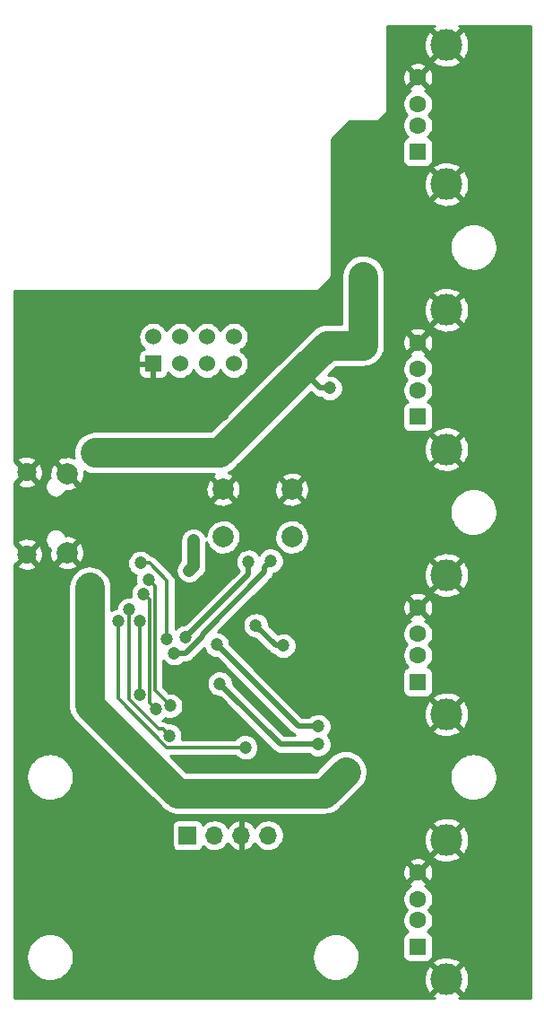
<source format=gbr>
G04 #@! TF.GenerationSoftware,KiCad,Pcbnew,(5.99.0-52-gefbc802f4)*
G04 #@! TF.CreationDate,2019-11-04T16:58:42+01:00*
G04 #@! TF.ProjectId,remote,72656d6f-7465-42e6-9b69-6361645f7063,rev?*
G04 #@! TF.SameCoordinates,Original*
G04 #@! TF.FileFunction,Copper,L2,Bot*
G04 #@! TF.FilePolarity,Positive*
%FSLAX46Y46*%
G04 Gerber Fmt 4.6, Leading zero omitted, Abs format (unit mm)*
G04 Created by KiCad (PCBNEW (5.99.0-52-gefbc802f4)) date 2019-11-04 16:58:42*
%MOMM*%
%LPD*%
G04 APERTURE LIST*
%ADD10C,1.524000*%
%ADD11R,1.524000X1.524000*%
%ADD12C,2.000000*%
%ADD13C,1.600000*%
%ADD14R,1.600000X1.600000*%
%ADD15C,3.000000*%
%ADD16O,1.700000X1.700000*%
%ADD17R,1.700000X1.700000*%
%ADD18C,1.800000*%
%ADD19C,1.200000*%
%ADD20C,0.500000*%
%ADD21C,1.200000*%
%ADD22C,2.800000*%
%ADD23C,0.300000*%
%ADD24C,0.254000*%
G04 APERTURE END LIST*
D10*
X172620000Y-102460000D03*
X172620000Y-105000000D03*
X170080000Y-102460000D03*
X170080000Y-105000000D03*
X167540000Y-102460000D03*
X167540000Y-105000000D03*
X165000000Y-102460000D03*
D11*
X165000000Y-105000000D03*
D12*
X178100000Y-116850000D03*
X178100000Y-121350000D03*
X171600000Y-116850000D03*
X171600000Y-121350000D03*
D13*
X190000000Y-78000000D03*
X190000000Y-80500000D03*
X190000000Y-82500000D03*
D14*
X190000000Y-85000000D03*
D15*
X192710000Y-88070000D03*
X192710000Y-74930000D03*
D13*
X190000000Y-153000000D03*
X190000000Y-155500000D03*
X190000000Y-157500000D03*
D14*
X190000000Y-160000000D03*
D15*
X192710000Y-163070000D03*
X192710000Y-149930000D03*
D16*
X175870000Y-149500000D03*
X173330000Y-149500000D03*
X170790000Y-149500000D03*
D17*
X168250000Y-149500000D03*
D13*
X190000000Y-103000000D03*
X190000000Y-105500000D03*
X190000000Y-107500000D03*
D14*
X190000000Y-110000000D03*
D15*
X192710000Y-113070000D03*
X192710000Y-99930000D03*
D18*
X153050000Y-122975000D03*
X153050000Y-115225000D03*
D12*
X156850000Y-122825000D03*
X156850000Y-115375000D03*
D13*
X190000000Y-128000000D03*
X190000000Y-130500000D03*
X190000000Y-132500000D03*
D14*
X190000000Y-135000000D03*
D15*
X192710000Y-138070000D03*
X192710000Y-124930000D03*
D19*
X176100000Y-123600000D03*
X174000000Y-123700000D03*
X180600000Y-140900000D03*
X180600000Y-139200000D03*
X171300000Y-135200000D03*
X168800000Y-121700000D03*
X168400000Y-124500000D03*
D12*
X183200000Y-143500000D03*
X184850000Y-96750000D03*
X159500000Y-113400000D03*
D19*
X173700000Y-141200000D03*
X164099049Y-126701216D03*
X166521759Y-140078241D03*
X166950011Y-132300000D03*
X166605670Y-137261219D03*
X165237067Y-137556111D03*
D12*
X159000000Y-126100000D03*
D19*
X161669098Y-129288137D03*
X163700000Y-129300000D03*
X164550041Y-125363202D03*
X162749990Y-128200000D03*
X163700019Y-136245241D03*
X173700000Y-114800000D03*
X171600000Y-109800000D03*
X170300000Y-110900000D03*
X154200000Y-104900000D03*
X160200000Y-104900000D03*
X157400000Y-101100000D03*
X184100000Y-83100000D03*
X184200000Y-111100000D03*
X185400000Y-126800000D03*
X185900000Y-123000000D03*
X184300000Y-133000000D03*
X177300000Y-131600000D03*
X174700000Y-129700000D03*
X179525000Y-133600000D03*
X169200000Y-126100000D03*
X170900000Y-124500000D03*
X166900000Y-134500000D03*
X171100000Y-137500000D03*
X169800000Y-142600000D03*
X163100000Y-145200000D03*
X160200000Y-145400000D03*
X155900000Y-127900000D03*
X168200000Y-113400000D03*
X164063997Y-110063997D03*
X168100000Y-130800000D03*
X171000000Y-131500000D03*
X166318018Y-130961882D03*
X163800000Y-123800000D03*
X181700000Y-107300000D03*
D20*
X177000000Y-140900000D02*
X171899999Y-135799999D01*
X171899999Y-135799999D02*
X171300000Y-135200000D01*
X180600000Y-140900000D02*
X177000000Y-140900000D01*
D21*
X168800000Y-121700000D02*
X168800000Y-124100000D01*
X168800000Y-124100000D02*
X168400000Y-124500000D01*
D22*
X184850000Y-96750000D02*
X184850000Y-103250000D01*
X184850000Y-103250000D02*
X181462998Y-103250000D01*
D23*
X161669098Y-136569098D02*
X161669098Y-130136665D01*
X161669098Y-130136665D02*
X161669098Y-129288137D01*
X166300000Y-141200000D02*
X161669098Y-136569098D01*
X173700000Y-141200000D02*
X166300000Y-141200000D01*
X163700000Y-136245222D02*
X163700019Y-136245241D01*
X163700000Y-129300000D02*
X163700000Y-136245222D01*
X165921760Y-139478242D02*
X165557689Y-139478242D01*
X166521759Y-140078241D02*
X165921760Y-139478242D01*
X165557689Y-139478242D02*
X162749990Y-136670543D01*
X162749990Y-136670543D02*
X162749990Y-129048528D01*
X162749990Y-129048528D02*
X162749990Y-128200000D01*
X165150040Y-125963201D02*
X164550041Y-125363202D01*
X166605670Y-137261219D02*
X165150040Y-135805589D01*
X165150040Y-135805589D02*
X165150040Y-125963201D01*
D20*
X177300000Y-131600000D02*
X176600000Y-131600000D01*
X176600000Y-131600000D02*
X174700000Y-129700000D01*
D22*
X159000000Y-127514213D02*
X159000000Y-126100000D01*
X159000000Y-137200000D02*
X159000000Y-127514213D01*
X167300000Y-145500000D02*
X159000000Y-137200000D01*
X183200000Y-143500000D02*
X181200000Y-145500000D01*
X181200000Y-145500000D02*
X167300000Y-145500000D01*
X171312998Y-113400000D02*
X168200000Y-113400000D01*
X168200000Y-113400000D02*
X159500000Y-113400000D01*
D20*
X174000000Y-124900000D02*
X168100000Y-130800000D01*
X174000000Y-123700000D02*
X174000000Y-124900000D01*
X168056996Y-132300000D02*
X167798539Y-132300000D01*
X169624998Y-130731998D02*
X168056996Y-132300000D01*
X176100000Y-123600000D02*
X175500001Y-124199999D01*
X175500001Y-124656995D02*
X169624998Y-130531998D01*
X167798539Y-132300000D02*
X166950011Y-132300000D01*
X175500001Y-124199999D02*
X175500001Y-124656995D01*
X169624998Y-130531998D02*
X169624998Y-130731998D01*
X171599999Y-132099999D02*
X171000000Y-131500000D01*
X178700000Y-139200000D02*
X171599999Y-132099999D01*
X180600000Y-139200000D02*
X178700000Y-139200000D01*
D23*
X164650029Y-127252196D02*
X164099049Y-126701216D01*
X165237067Y-137556111D02*
X164650029Y-136969073D01*
X164650029Y-136969073D02*
X164650029Y-127252196D01*
X166318018Y-130961882D02*
X166318018Y-125469490D01*
X164648528Y-123800000D02*
X163800000Y-123800000D01*
X166318018Y-125469490D02*
X164648528Y-123800000D01*
D20*
X181700000Y-107300000D02*
X180800000Y-107300000D01*
X180800000Y-107300000D02*
X179106499Y-105606499D01*
D22*
X181462998Y-103250000D02*
X179106499Y-105606499D01*
X179106499Y-105606499D02*
X171312998Y-113400000D01*
D24*
G36*
X191513768Y-73156514D02*
G01*
X191291326Y-73330307D01*
X192710000Y-74748981D01*
X194139106Y-73319875D01*
X193863535Y-73134000D01*
X200616000Y-73134000D01*
X200616001Y-164866000D01*
X193863535Y-164866000D01*
X194139106Y-164680125D01*
X192710000Y-163251019D01*
X191291326Y-164669693D01*
X191513768Y-164843486D01*
X191552763Y-164866000D01*
X151884000Y-164866000D01*
X151884000Y-161128898D01*
X153014496Y-161128898D01*
X153052672Y-161431098D01*
X153131510Y-161725321D01*
X153249547Y-162006122D01*
X153404602Y-162268307D01*
X153593805Y-162507021D01*
X153813655Y-162717849D01*
X154060083Y-162896890D01*
X154328530Y-163040830D01*
X154614028Y-163147006D01*
X154911294Y-163213452D01*
X155214828Y-163238941D01*
X155519012Y-163223000D01*
X155818220Y-163165923D01*
X156106911Y-163068767D01*
X156379747Y-162933330D01*
X156631678Y-162762119D01*
X156858041Y-162558300D01*
X157054649Y-162325646D01*
X157217863Y-162068463D01*
X157344663Y-161791507D01*
X157432702Y-161499906D01*
X157480456Y-161198399D01*
X157481183Y-161128898D01*
X180014496Y-161128898D01*
X180052672Y-161431098D01*
X180131510Y-161725321D01*
X180249547Y-162006122D01*
X180404602Y-162268307D01*
X180593805Y-162507021D01*
X180813655Y-162717849D01*
X181060083Y-162896890D01*
X181328530Y-163040830D01*
X181614028Y-163147006D01*
X181911294Y-163213452D01*
X182214828Y-163238941D01*
X182519012Y-163223000D01*
X182818220Y-163165923D01*
X183103247Y-163070000D01*
X190570789Y-163070000D01*
X190591608Y-163367721D01*
X190653658Y-163659646D01*
X190755734Y-163940095D01*
X190895846Y-164203609D01*
X191106052Y-164492929D01*
X192528981Y-163070000D01*
X192891019Y-163070000D01*
X194307322Y-164486303D01*
X194440658Y-164327396D01*
X194598811Y-164074299D01*
X194720200Y-163801653D01*
X194802464Y-163514767D01*
X194844000Y-163219224D01*
X194844000Y-162920776D01*
X194802464Y-162625233D01*
X194720200Y-162338347D01*
X194598811Y-162065701D01*
X194440658Y-161812604D01*
X194307322Y-161653697D01*
X192891019Y-163070000D01*
X192528981Y-163070000D01*
X191106052Y-161647071D01*
X190895846Y-161936391D01*
X190755734Y-162199905D01*
X190653658Y-162480354D01*
X190591608Y-162772279D01*
X190570789Y-163070000D01*
X183103247Y-163070000D01*
X183106911Y-163068767D01*
X183379747Y-162933330D01*
X183631678Y-162762119D01*
X183858041Y-162558300D01*
X184054649Y-162325646D01*
X184217863Y-162068463D01*
X184344663Y-161791507D01*
X184432702Y-161499906D01*
X184437390Y-161470307D01*
X191291326Y-161470307D01*
X192710000Y-162888981D01*
X194139106Y-161459875D01*
X193779606Y-161217389D01*
X193511363Y-161086559D01*
X193227522Y-160994333D01*
X192933609Y-160942508D01*
X192635343Y-160932092D01*
X192338530Y-160963289D01*
X192048948Y-161035489D01*
X191772231Y-161147290D01*
X191513768Y-161296514D01*
X191291326Y-161470307D01*
X184437390Y-161470307D01*
X184480456Y-161198399D01*
X184484122Y-160848356D01*
X184442692Y-160545916D01*
X184360780Y-160252534D01*
X184239808Y-159972984D01*
X184082015Y-159712438D01*
X183890323Y-159475718D01*
X183668277Y-159267204D01*
X183558201Y-159188976D01*
X188558163Y-159188976D01*
X188558163Y-160816588D01*
X188638795Y-161117512D01*
X188786185Y-161293165D01*
X188979814Y-161404956D01*
X189188976Y-161441837D01*
X190816588Y-161441837D01*
X191117512Y-161361205D01*
X191293165Y-161213815D01*
X191404956Y-161020186D01*
X191441837Y-160811024D01*
X191441837Y-159183412D01*
X191361205Y-158882489D01*
X191213815Y-158706835D01*
X191020186Y-158595044D01*
X190942260Y-158581303D01*
X191017864Y-158517864D01*
X191179150Y-158325651D01*
X191304609Y-158108349D01*
X191390429Y-157872564D01*
X191434000Y-157625459D01*
X191434000Y-157374541D01*
X191390429Y-157127436D01*
X191304609Y-156891651D01*
X191179150Y-156674349D01*
X191032854Y-156500000D01*
X191179150Y-156325651D01*
X191304609Y-156108349D01*
X191390429Y-155872564D01*
X191434000Y-155625459D01*
X191434000Y-155374541D01*
X191390429Y-155127436D01*
X191304609Y-154891651D01*
X191179150Y-154674349D01*
X191017864Y-154482136D01*
X190825651Y-154320850D01*
X190702935Y-154250000D01*
X190934999Y-154116018D01*
X190000000Y-153181019D01*
X189065001Y-154116018D01*
X189297065Y-154250000D01*
X189174349Y-154320850D01*
X188982136Y-154482136D01*
X188820850Y-154674349D01*
X188695391Y-154891651D01*
X188609571Y-155127436D01*
X188566000Y-155374541D01*
X188566000Y-155625459D01*
X188609571Y-155872564D01*
X188695391Y-156108349D01*
X188820850Y-156325651D01*
X188967146Y-156500000D01*
X188820850Y-156674349D01*
X188695391Y-156891651D01*
X188609571Y-157127436D01*
X188566000Y-157374541D01*
X188566000Y-157625459D01*
X188609571Y-157872564D01*
X188695391Y-158108349D01*
X188820850Y-158325651D01*
X188982136Y-158517864D01*
X189067255Y-158589287D01*
X188882489Y-158638795D01*
X188706835Y-158786185D01*
X188595044Y-158979814D01*
X188558163Y-159188976D01*
X183558201Y-159188976D01*
X183419988Y-159090753D01*
X183150049Y-158949633D01*
X182863454Y-158846452D01*
X182565509Y-158783121D01*
X182261724Y-158760813D01*
X181957723Y-158779939D01*
X181659131Y-158840147D01*
X181371472Y-158940319D01*
X181100070Y-159078606D01*
X180849946Y-159252446D01*
X180625729Y-159458624D01*
X180431568Y-159693324D01*
X180271057Y-159952203D01*
X180147163Y-160230471D01*
X180062183Y-160522979D01*
X180017685Y-160824313D01*
X180014496Y-161128898D01*
X157481183Y-161128898D01*
X157484122Y-160848356D01*
X157442692Y-160545916D01*
X157360780Y-160252534D01*
X157239808Y-159972984D01*
X157082015Y-159712438D01*
X156890323Y-159475718D01*
X156668277Y-159267204D01*
X156419988Y-159090753D01*
X156150049Y-158949633D01*
X155863454Y-158846452D01*
X155565509Y-158783121D01*
X155261724Y-158760813D01*
X154957723Y-158779939D01*
X154659131Y-158840147D01*
X154371472Y-158940319D01*
X154100070Y-159078606D01*
X153849946Y-159252446D01*
X153625729Y-159458624D01*
X153431568Y-159693324D01*
X153271057Y-159952203D01*
X153147163Y-160230471D01*
X153062183Y-160522979D01*
X153017685Y-160824313D01*
X153014496Y-161128898D01*
X151884000Y-161128898D01*
X151884000Y-152874541D01*
X188566000Y-152874541D01*
X188566000Y-153125459D01*
X188609571Y-153372564D01*
X188695391Y-153608349D01*
X188883982Y-153934999D01*
X189818981Y-153000000D01*
X190181019Y-153000000D01*
X191116018Y-153934999D01*
X191304609Y-153608349D01*
X191390429Y-153372564D01*
X191434000Y-153125459D01*
X191434000Y-152874541D01*
X191390429Y-152627436D01*
X191304609Y-152391651D01*
X191116018Y-152065001D01*
X190181019Y-153000000D01*
X189818981Y-153000000D01*
X188883982Y-152065001D01*
X188695391Y-152391651D01*
X188609571Y-152627436D01*
X188566000Y-152874541D01*
X151884000Y-152874541D01*
X151884000Y-151883982D01*
X189065001Y-151883982D01*
X190000000Y-152818981D01*
X190934999Y-151883982D01*
X190608349Y-151695391D01*
X190372564Y-151609571D01*
X190125459Y-151566000D01*
X189874541Y-151566000D01*
X189627436Y-151609571D01*
X189391651Y-151695391D01*
X189065001Y-151883982D01*
X151884000Y-151883982D01*
X151884000Y-151529693D01*
X191291326Y-151529693D01*
X191513768Y-151703486D01*
X191772231Y-151852710D01*
X192048948Y-151964511D01*
X192338530Y-152036711D01*
X192635343Y-152067908D01*
X192933609Y-152057492D01*
X193227522Y-152005667D01*
X193511363Y-151913441D01*
X193779606Y-151782611D01*
X194139106Y-151540125D01*
X192710000Y-150111019D01*
X191291326Y-151529693D01*
X151884000Y-151529693D01*
X151884000Y-148638976D01*
X166758163Y-148638976D01*
X166758163Y-150366588D01*
X166838795Y-150667512D01*
X166986185Y-150843165D01*
X167179814Y-150954956D01*
X167388976Y-150991837D01*
X169116588Y-150991837D01*
X169417512Y-150911205D01*
X169593165Y-150763815D01*
X169704956Y-150570186D01*
X169713204Y-150523412D01*
X169751669Y-150567739D01*
X169946416Y-150727422D01*
X170165284Y-150852009D01*
X170404831Y-150938960D01*
X170744648Y-150984000D01*
X170853190Y-150984000D01*
X171040942Y-150968069D01*
X171284708Y-150904800D01*
X171514329Y-150801363D01*
X171723240Y-150660716D01*
X171905466Y-150486881D01*
X172055797Y-150284828D01*
X172062436Y-150271770D01*
X172126610Y-150377526D01*
X172291669Y-150567739D01*
X172486416Y-150727422D01*
X172705284Y-150852009D01*
X172944831Y-150938960D01*
X173202000Y-150973047D01*
X173202000Y-148026953D01*
X173458000Y-148026953D01*
X173458000Y-150999978D01*
X173824708Y-150904800D01*
X174054329Y-150801363D01*
X174263240Y-150660716D01*
X174445466Y-150486881D01*
X174595797Y-150284828D01*
X174602436Y-150271770D01*
X174666610Y-150377526D01*
X174831669Y-150567739D01*
X175026416Y-150727422D01*
X175245284Y-150852009D01*
X175484831Y-150938960D01*
X175824648Y-150984000D01*
X175933190Y-150984000D01*
X176120942Y-150968069D01*
X176364708Y-150904800D01*
X176594329Y-150801363D01*
X176803240Y-150660716D01*
X176985466Y-150486881D01*
X177135797Y-150284828D01*
X177249936Y-150060334D01*
X177290405Y-149930000D01*
X190570789Y-149930000D01*
X190591608Y-150227721D01*
X190653658Y-150519646D01*
X190755734Y-150800095D01*
X190895846Y-151063609D01*
X191106052Y-151352929D01*
X192528981Y-149930000D01*
X192891019Y-149930000D01*
X194307322Y-151346303D01*
X194440658Y-151187396D01*
X194598811Y-150934299D01*
X194720200Y-150661653D01*
X194802464Y-150374767D01*
X194844000Y-150079224D01*
X194844000Y-149780776D01*
X194802464Y-149485233D01*
X194720200Y-149198347D01*
X194598811Y-148925701D01*
X194440658Y-148672604D01*
X194307322Y-148513697D01*
X192891019Y-149930000D01*
X192528981Y-149930000D01*
X191106052Y-148507071D01*
X190895846Y-148796391D01*
X190755734Y-149059905D01*
X190653658Y-149340354D01*
X190591608Y-149632279D01*
X190570789Y-149930000D01*
X177290405Y-149930000D01*
X177324618Y-149819819D01*
X177357708Y-149570159D01*
X177348260Y-149318492D01*
X177296544Y-149072017D01*
X177204039Y-148837778D01*
X177073390Y-148622474D01*
X176908331Y-148432261D01*
X176783990Y-148330307D01*
X191291326Y-148330307D01*
X192710000Y-149748981D01*
X194139106Y-148319875D01*
X193779606Y-148077389D01*
X193511363Y-147946559D01*
X193227522Y-147854333D01*
X192933609Y-147802508D01*
X192635343Y-147792092D01*
X192338530Y-147823289D01*
X192048948Y-147895489D01*
X191772231Y-148007290D01*
X191513768Y-148156514D01*
X191291326Y-148330307D01*
X176783990Y-148330307D01*
X176713584Y-148272578D01*
X176494716Y-148147991D01*
X176255169Y-148061040D01*
X175915352Y-148016000D01*
X175806810Y-148016000D01*
X175619058Y-148031931D01*
X175375292Y-148095200D01*
X175145671Y-148198637D01*
X174936760Y-148339284D01*
X174754534Y-148513119D01*
X174604203Y-148715172D01*
X174597564Y-148728230D01*
X174533390Y-148622474D01*
X174368331Y-148432261D01*
X174173584Y-148272578D01*
X173954716Y-148147991D01*
X173715169Y-148061040D01*
X173458000Y-148026953D01*
X173202000Y-148026953D01*
X173202000Y-148000022D01*
X172835292Y-148095200D01*
X172605671Y-148198637D01*
X172396760Y-148339284D01*
X172214534Y-148513119D01*
X172064203Y-148715172D01*
X172057564Y-148728230D01*
X171993390Y-148622474D01*
X171828331Y-148432261D01*
X171633584Y-148272578D01*
X171414716Y-148147991D01*
X171175169Y-148061040D01*
X170835352Y-148016000D01*
X170726810Y-148016000D01*
X170539058Y-148031931D01*
X170295292Y-148095200D01*
X170065671Y-148198637D01*
X169856760Y-148339284D01*
X169702465Y-148486474D01*
X169661205Y-148332489D01*
X169513815Y-148156835D01*
X169320186Y-148045044D01*
X169111024Y-148008163D01*
X167383412Y-148008163D01*
X167082489Y-148088795D01*
X166906835Y-148236185D01*
X166795044Y-148429814D01*
X166758163Y-148638976D01*
X151884000Y-148638976D01*
X151884000Y-144128898D01*
X153014496Y-144128898D01*
X153052672Y-144431098D01*
X153131510Y-144725321D01*
X153249547Y-145006122D01*
X153404602Y-145268307D01*
X153593805Y-145507021D01*
X153813655Y-145717849D01*
X154060083Y-145896890D01*
X154328530Y-146040830D01*
X154614028Y-146147006D01*
X154911294Y-146213452D01*
X155214828Y-146238941D01*
X155519012Y-146223000D01*
X155818220Y-146165923D01*
X156106911Y-146068767D01*
X156379747Y-145933330D01*
X156631678Y-145762119D01*
X156858041Y-145558300D01*
X157054649Y-145325646D01*
X157217863Y-145068463D01*
X157344663Y-144791507D01*
X157432702Y-144499906D01*
X157480456Y-144198399D01*
X157484122Y-143848356D01*
X157442692Y-143545916D01*
X157360780Y-143252534D01*
X157239808Y-142972984D01*
X157082015Y-142712438D01*
X156890323Y-142475718D01*
X156668277Y-142267204D01*
X156419988Y-142090753D01*
X156150049Y-141949633D01*
X155863454Y-141846452D01*
X155565509Y-141783121D01*
X155261724Y-141760813D01*
X154957723Y-141779939D01*
X154659131Y-141840147D01*
X154371472Y-141940319D01*
X154100070Y-142078606D01*
X153849946Y-142252446D01*
X153625729Y-142458624D01*
X153431568Y-142693324D01*
X153271057Y-142952203D01*
X153147163Y-143230471D01*
X153062183Y-143522979D01*
X153017685Y-143824313D01*
X153014496Y-144128898D01*
X151884000Y-144128898D01*
X151884000Y-137114482D01*
X156959579Y-137114482D01*
X156966000Y-137250632D01*
X156966000Y-137292020D01*
X156970138Y-137338387D01*
X156976683Y-137477159D01*
X156986253Y-137518945D01*
X156990064Y-137561644D01*
X157026723Y-137695648D01*
X157057741Y-137831078D01*
X157074560Y-137870509D01*
X157085871Y-137911857D01*
X157145690Y-138037272D01*
X157201630Y-138168421D01*
X157220120Y-138193318D01*
X157242181Y-138239570D01*
X157454054Y-138534424D01*
X157578863Y-138655372D01*
X165766786Y-146843296D01*
X165796733Y-146882324D01*
X165897558Y-146974068D01*
X165926814Y-147003325D01*
X165962535Y-147033192D01*
X166065280Y-147126684D01*
X166101596Y-147149465D01*
X166134481Y-147176961D01*
X166255154Y-147245792D01*
X166372855Y-147319625D01*
X166412632Y-147335616D01*
X166449866Y-147356853D01*
X166580839Y-147403233D01*
X166713139Y-147456418D01*
X166743822Y-147460948D01*
X166792122Y-147478052D01*
X167150431Y-147536729D01*
X167324121Y-147534000D01*
X181065711Y-147534000D01*
X181114482Y-147540421D01*
X181250632Y-147534000D01*
X181292021Y-147534000D01*
X181338389Y-147529862D01*
X181477159Y-147523317D01*
X181518943Y-147513748D01*
X181561644Y-147509937D01*
X181695649Y-147473277D01*
X181831077Y-147442260D01*
X181870509Y-147425441D01*
X181911859Y-147414129D01*
X182037281Y-147354306D01*
X182168422Y-147298369D01*
X182193318Y-147279880D01*
X182239571Y-147257819D01*
X182534424Y-147045946D01*
X182655373Y-146921136D01*
X184703323Y-144873186D01*
X184876960Y-144665519D01*
X185056853Y-144350134D01*
X185135197Y-144128898D01*
X193014496Y-144128898D01*
X193052672Y-144431098D01*
X193131510Y-144725321D01*
X193249547Y-145006122D01*
X193404602Y-145268307D01*
X193593805Y-145507021D01*
X193813655Y-145717849D01*
X194060083Y-145896890D01*
X194328530Y-146040830D01*
X194614028Y-146147006D01*
X194911294Y-146213452D01*
X195214828Y-146238941D01*
X195519012Y-146223000D01*
X195818220Y-146165923D01*
X196106911Y-146068767D01*
X196379747Y-145933330D01*
X196631678Y-145762119D01*
X196858041Y-145558300D01*
X197054649Y-145325646D01*
X197217863Y-145068463D01*
X197344663Y-144791507D01*
X197432702Y-144499906D01*
X197480456Y-144198399D01*
X197484122Y-143848356D01*
X197442692Y-143545916D01*
X197360780Y-143252534D01*
X197239808Y-142972984D01*
X197082015Y-142712438D01*
X196890323Y-142475718D01*
X196668277Y-142267204D01*
X196419988Y-142090753D01*
X196150049Y-141949633D01*
X195863454Y-141846452D01*
X195565509Y-141783121D01*
X195261724Y-141760813D01*
X194957723Y-141779939D01*
X194659131Y-141840147D01*
X194371472Y-141940319D01*
X194100070Y-142078606D01*
X193849946Y-142252446D01*
X193625729Y-142458624D01*
X193431568Y-142693324D01*
X193271057Y-142952203D01*
X193147163Y-143230471D01*
X193062183Y-143522979D01*
X193017685Y-143824313D01*
X193014496Y-144128898D01*
X185135197Y-144128898D01*
X185178053Y-144007879D01*
X185236728Y-143649569D01*
X185231025Y-143286531D01*
X185161123Y-142930241D01*
X185029233Y-142591962D01*
X184839524Y-142282382D01*
X184597991Y-142011291D01*
X184312268Y-141787256D01*
X183991388Y-141617361D01*
X183645494Y-141506971D01*
X183285518Y-141459579D01*
X182922840Y-141476683D01*
X182568921Y-141557741D01*
X182231577Y-141701630D01*
X181805215Y-142018274D01*
X180357491Y-143466000D01*
X168142509Y-143466000D01*
X166660508Y-141984000D01*
X172737009Y-141984000D01*
X172739959Y-141988587D01*
X172947122Y-142188293D01*
X173194672Y-142334984D01*
X173469328Y-142420794D01*
X173756358Y-142441117D01*
X174040366Y-142394863D01*
X174306115Y-142284514D01*
X174539350Y-142115990D01*
X174727561Y-141898330D01*
X174860651Y-141643210D01*
X174931606Y-141363829D01*
X174934277Y-141057691D01*
X174868210Y-140777114D01*
X174739592Y-140519710D01*
X174555208Y-140298798D01*
X174324950Y-140126229D01*
X174061168Y-140011259D01*
X173778010Y-139960056D01*
X173490670Y-139975366D01*
X173214557Y-140056369D01*
X172964485Y-140198718D01*
X172753868Y-140394779D01*
X172739689Y-140416000D01*
X167709192Y-140416000D01*
X167753365Y-140242070D01*
X167756036Y-139935932D01*
X167689969Y-139655355D01*
X167561351Y-139397951D01*
X167376967Y-139177039D01*
X167146709Y-139004470D01*
X166882927Y-138889500D01*
X166599769Y-138838297D01*
X166390920Y-138849424D01*
X166377614Y-138840228D01*
X166292756Y-138777551D01*
X166280905Y-138773389D01*
X166266377Y-138763348D01*
X166225000Y-138753757D01*
X166070325Y-138699438D01*
X165974384Y-138695668D01*
X165968228Y-138694242D01*
X165938069Y-138694242D01*
X165880156Y-138691967D01*
X165833030Y-138644841D01*
X165843182Y-138640625D01*
X166076417Y-138472101D01*
X166133176Y-138406461D01*
X166374998Y-138482013D01*
X166662028Y-138502336D01*
X166946036Y-138456082D01*
X167211785Y-138345733D01*
X167445020Y-138177209D01*
X167633231Y-137959549D01*
X167766321Y-137704429D01*
X167837276Y-137425048D01*
X167839947Y-137118910D01*
X167773880Y-136838333D01*
X167645262Y-136580929D01*
X167460878Y-136360017D01*
X167230620Y-136187448D01*
X166966838Y-136072478D01*
X166683680Y-136021275D01*
X166485052Y-136031858D01*
X165934040Y-135480847D01*
X165934040Y-133001634D01*
X165989970Y-133088587D01*
X166197133Y-133288293D01*
X166444683Y-133434984D01*
X166719339Y-133520794D01*
X167006369Y-133541117D01*
X167290377Y-133494863D01*
X167556126Y-133384514D01*
X167789361Y-133215990D01*
X167817023Y-133184000D01*
X167957966Y-133184000D01*
X167985373Y-133190202D01*
X168085334Y-133184000D01*
X168120396Y-133184000D01*
X168147188Y-133180163D01*
X168238101Y-133174523D01*
X168271981Y-133162291D01*
X168307653Y-133157183D01*
X168390599Y-133119470D01*
X168476639Y-133088409D01*
X168504891Y-133067504D01*
X168538162Y-133052376D01*
X168616153Y-132985174D01*
X168638580Y-132968579D01*
X168658304Y-132948855D01*
X168729988Y-132887088D01*
X168748257Y-132858902D01*
X169799813Y-131807347D01*
X169884295Y-132046579D01*
X170039959Y-132288587D01*
X170247122Y-132488293D01*
X170494672Y-132634984D01*
X170769328Y-132720794D01*
X170985968Y-132736132D01*
X171019731Y-132769896D01*
X171019739Y-132769902D01*
X178004889Y-139755053D01*
X178019886Y-139778822D01*
X178094970Y-139845134D01*
X178119748Y-139869913D01*
X178141400Y-139886140D01*
X178209679Y-139946442D01*
X178242292Y-139961753D01*
X178271123Y-139983361D01*
X178356424Y-140015338D01*
X178357833Y-140016000D01*
X177366164Y-140016000D01*
X172568294Y-135218131D01*
X172568288Y-135218123D01*
X172533183Y-135183019D01*
X172534277Y-135057691D01*
X172468210Y-134777114D01*
X172339592Y-134519710D01*
X172155208Y-134298798D01*
X171924950Y-134126229D01*
X171661168Y-134011259D01*
X171378010Y-133960056D01*
X171090670Y-133975366D01*
X170814557Y-134056369D01*
X170564485Y-134198718D01*
X170353868Y-134394779D01*
X170194003Y-134634034D01*
X170093467Y-134903647D01*
X170057651Y-135189158D01*
X170088479Y-135475251D01*
X170184295Y-135746579D01*
X170339959Y-135988587D01*
X170547122Y-136188293D01*
X170794672Y-136334984D01*
X171069328Y-136420794D01*
X171285968Y-136436132D01*
X171319731Y-136469896D01*
X171319739Y-136469902D01*
X176304889Y-141455053D01*
X176319886Y-141478822D01*
X176394970Y-141545134D01*
X176419748Y-141569913D01*
X176441400Y-141586140D01*
X176509679Y-141646442D01*
X176542292Y-141661753D01*
X176571123Y-141683361D01*
X176656424Y-141715338D01*
X176739244Y-141754222D01*
X176774006Y-141759418D01*
X176808224Y-141772245D01*
X176910885Y-141779875D01*
X176938487Y-141784000D01*
X176966395Y-141784000D01*
X177060742Y-141791011D01*
X177093586Y-141784000D01*
X179738935Y-141784000D01*
X179847122Y-141888293D01*
X180094672Y-142034984D01*
X180369328Y-142120794D01*
X180656358Y-142141117D01*
X180940366Y-142094863D01*
X181206115Y-141984514D01*
X181439350Y-141815990D01*
X181627561Y-141598330D01*
X181760651Y-141343210D01*
X181831606Y-141063829D01*
X181834277Y-140757691D01*
X181768210Y-140477114D01*
X181639592Y-140219710D01*
X181497192Y-140049099D01*
X181627561Y-139898330D01*
X181746835Y-139669693D01*
X191291326Y-139669693D01*
X191513768Y-139843486D01*
X191772231Y-139992710D01*
X192048948Y-140104511D01*
X192338530Y-140176711D01*
X192635343Y-140207908D01*
X192933609Y-140197492D01*
X193227522Y-140145667D01*
X193511363Y-140053441D01*
X193779606Y-139922611D01*
X194139106Y-139680125D01*
X192710000Y-138251019D01*
X191291326Y-139669693D01*
X181746835Y-139669693D01*
X181760651Y-139643210D01*
X181831606Y-139363829D01*
X181834277Y-139057691D01*
X181768210Y-138777114D01*
X181639592Y-138519710D01*
X181455208Y-138298798D01*
X181224950Y-138126229D01*
X181095941Y-138070000D01*
X190570789Y-138070000D01*
X190591608Y-138367721D01*
X190653658Y-138659646D01*
X190755734Y-138940095D01*
X190895846Y-139203609D01*
X191106052Y-139492929D01*
X192528981Y-138070000D01*
X192891019Y-138070000D01*
X194307322Y-139486303D01*
X194440658Y-139327396D01*
X194598811Y-139074299D01*
X194720200Y-138801653D01*
X194802464Y-138514767D01*
X194844000Y-138219224D01*
X194844000Y-137920776D01*
X194802464Y-137625233D01*
X194720200Y-137338347D01*
X194598811Y-137065701D01*
X194440658Y-136812604D01*
X194307322Y-136653697D01*
X192891019Y-138070000D01*
X192528981Y-138070000D01*
X191106052Y-136647071D01*
X190895846Y-136936391D01*
X190755734Y-137199905D01*
X190653658Y-137480354D01*
X190591608Y-137772279D01*
X190570789Y-138070000D01*
X181095941Y-138070000D01*
X180961168Y-138011259D01*
X180678010Y-137960056D01*
X180390670Y-137975366D01*
X180114557Y-138056369D01*
X179864485Y-138198718D01*
X179738496Y-138316000D01*
X179066164Y-138316000D01*
X177220471Y-136470307D01*
X191291326Y-136470307D01*
X192710000Y-137888981D01*
X194139106Y-136459875D01*
X193779606Y-136217389D01*
X193511363Y-136086559D01*
X193227522Y-135994333D01*
X192933609Y-135942508D01*
X192635343Y-135932092D01*
X192338530Y-135963289D01*
X192048948Y-136035489D01*
X191772231Y-136147290D01*
X191513768Y-136296514D01*
X191291326Y-136470307D01*
X177220471Y-136470307D01*
X174939140Y-134188976D01*
X188558163Y-134188976D01*
X188558163Y-135816588D01*
X188638795Y-136117512D01*
X188786185Y-136293165D01*
X188979814Y-136404956D01*
X189188976Y-136441837D01*
X190816588Y-136441837D01*
X191117512Y-136361205D01*
X191293165Y-136213815D01*
X191404956Y-136020186D01*
X191441837Y-135811024D01*
X191441837Y-134183412D01*
X191361205Y-133882489D01*
X191213815Y-133706835D01*
X191020186Y-133595044D01*
X190942260Y-133581303D01*
X191017864Y-133517864D01*
X191179150Y-133325651D01*
X191304609Y-133108349D01*
X191390429Y-132872564D01*
X191434000Y-132625459D01*
X191434000Y-132374541D01*
X191390429Y-132127436D01*
X191304609Y-131891651D01*
X191179150Y-131674349D01*
X191032854Y-131500000D01*
X191179150Y-131325651D01*
X191304609Y-131108349D01*
X191390429Y-130872564D01*
X191434000Y-130625459D01*
X191434000Y-130374541D01*
X191390429Y-130127436D01*
X191304609Y-129891651D01*
X191179150Y-129674349D01*
X191017864Y-129482136D01*
X190825651Y-129320850D01*
X190702935Y-129250000D01*
X190934999Y-129116018D01*
X190000000Y-128181019D01*
X189065001Y-129116018D01*
X189297065Y-129250000D01*
X189174349Y-129320850D01*
X188982136Y-129482136D01*
X188820850Y-129674349D01*
X188695391Y-129891651D01*
X188609571Y-130127436D01*
X188566000Y-130374541D01*
X188566000Y-130625459D01*
X188609571Y-130872564D01*
X188695391Y-131108349D01*
X188820850Y-131325651D01*
X188967146Y-131500000D01*
X188820850Y-131674349D01*
X188695391Y-131891651D01*
X188609571Y-132127436D01*
X188566000Y-132374541D01*
X188566000Y-132625459D01*
X188609571Y-132872564D01*
X188695391Y-133108349D01*
X188820850Y-133325651D01*
X188982136Y-133517864D01*
X189067255Y-133589287D01*
X188882489Y-133638795D01*
X188706835Y-133786185D01*
X188595044Y-133979814D01*
X188558163Y-134188976D01*
X174939140Y-134188976D01*
X172268294Y-131518131D01*
X172268288Y-131518123D01*
X172233183Y-131483019D01*
X172234277Y-131357691D01*
X172168210Y-131077114D01*
X172039592Y-130819710D01*
X171855208Y-130598798D01*
X171624950Y-130426229D01*
X171361168Y-130311259D01*
X171136522Y-130270637D01*
X171718001Y-129689158D01*
X173457651Y-129689158D01*
X173488479Y-129975251D01*
X173584295Y-130246579D01*
X173739959Y-130488587D01*
X173947122Y-130688293D01*
X174194672Y-130834984D01*
X174469328Y-130920794D01*
X174685969Y-130936132D01*
X175904887Y-132155050D01*
X175919886Y-132178822D01*
X175994979Y-132245142D01*
X176019749Y-132269913D01*
X176041392Y-132286132D01*
X176109680Y-132346443D01*
X176142292Y-132361754D01*
X176171122Y-132383361D01*
X176256424Y-132415338D01*
X176339244Y-132454222D01*
X176374006Y-132459418D01*
X176408224Y-132472245D01*
X176428288Y-132473736D01*
X176547122Y-132588293D01*
X176794672Y-132734984D01*
X177069328Y-132820794D01*
X177356358Y-132841117D01*
X177640366Y-132794863D01*
X177906115Y-132684514D01*
X178139350Y-132515990D01*
X178327561Y-132298330D01*
X178460651Y-132043210D01*
X178531606Y-131763829D01*
X178534277Y-131457691D01*
X178468210Y-131177114D01*
X178339592Y-130919710D01*
X178155208Y-130698798D01*
X177924950Y-130526229D01*
X177661168Y-130411259D01*
X177378010Y-130360056D01*
X177090670Y-130375366D01*
X176814558Y-130456369D01*
X176745719Y-130495554D01*
X175933183Y-129683019D01*
X175934277Y-129557691D01*
X175868210Y-129277114D01*
X175739592Y-129019710D01*
X175555208Y-128798798D01*
X175324950Y-128626229D01*
X175061168Y-128511259D01*
X174778010Y-128460056D01*
X174490670Y-128475366D01*
X174214557Y-128556369D01*
X173964485Y-128698718D01*
X173753868Y-128894779D01*
X173594003Y-129134034D01*
X173493467Y-129403647D01*
X173457651Y-129689158D01*
X171718001Y-129689158D01*
X173532618Y-127874541D01*
X188566000Y-127874541D01*
X188566000Y-128125459D01*
X188609571Y-128372564D01*
X188695391Y-128608349D01*
X188883982Y-128934999D01*
X189818981Y-128000000D01*
X190181019Y-128000000D01*
X191116018Y-128934999D01*
X191304609Y-128608349D01*
X191390429Y-128372564D01*
X191434000Y-128125459D01*
X191434000Y-127874541D01*
X191390429Y-127627436D01*
X191304609Y-127391651D01*
X191116018Y-127065001D01*
X190181019Y-128000000D01*
X189818981Y-128000000D01*
X188883982Y-127065001D01*
X188695391Y-127391651D01*
X188609571Y-127627436D01*
X188566000Y-127874541D01*
X173532618Y-127874541D01*
X174523177Y-126883982D01*
X189065001Y-126883982D01*
X190000000Y-127818981D01*
X190934999Y-126883982D01*
X190608349Y-126695391D01*
X190372564Y-126609571D01*
X190125459Y-126566000D01*
X189874541Y-126566000D01*
X189627436Y-126609571D01*
X189391651Y-126695391D01*
X189065001Y-126883982D01*
X174523177Y-126883982D01*
X174877466Y-126529693D01*
X191291326Y-126529693D01*
X191513768Y-126703486D01*
X191772231Y-126852710D01*
X192048948Y-126964511D01*
X192338530Y-127036711D01*
X192635343Y-127067908D01*
X192933609Y-127057492D01*
X193227522Y-127005667D01*
X193511363Y-126913441D01*
X193779606Y-126782611D01*
X194139106Y-126540125D01*
X192710000Y-125111019D01*
X191291326Y-126529693D01*
X174877466Y-126529693D01*
X176055054Y-125352106D01*
X176078823Y-125337109D01*
X176145135Y-125262025D01*
X176169913Y-125237248D01*
X176186140Y-125215596D01*
X176246443Y-125147315D01*
X176261753Y-125114707D01*
X176283362Y-125085874D01*
X176315343Y-125000563D01*
X176348472Y-124930000D01*
X190570789Y-124930000D01*
X190591608Y-125227721D01*
X190653658Y-125519646D01*
X190755734Y-125800095D01*
X190895846Y-126063609D01*
X191106052Y-126352929D01*
X192528981Y-124930000D01*
X192891019Y-124930000D01*
X194307322Y-126346303D01*
X194440658Y-126187396D01*
X194598811Y-125934299D01*
X194720200Y-125661653D01*
X194802464Y-125374767D01*
X194844000Y-125079224D01*
X194844000Y-124780776D01*
X194802464Y-124485233D01*
X194720200Y-124198347D01*
X194598811Y-123925701D01*
X194440658Y-123672604D01*
X194307322Y-123513697D01*
X192891019Y-124930000D01*
X192528981Y-124930000D01*
X191106052Y-123507071D01*
X190895846Y-123796391D01*
X190755734Y-124059905D01*
X190653658Y-124340354D01*
X190591608Y-124632279D01*
X190570789Y-124930000D01*
X176348472Y-124930000D01*
X176354224Y-124917749D01*
X176359418Y-124882991D01*
X176372246Y-124848772D01*
X176375467Y-124805433D01*
X176440366Y-124794863D01*
X176706115Y-124684514D01*
X176939350Y-124515990D01*
X177127561Y-124298330D01*
X177260651Y-124043210D01*
X177331606Y-123763829D01*
X177334277Y-123457691D01*
X177304283Y-123330307D01*
X191291326Y-123330307D01*
X192710000Y-124748981D01*
X194139106Y-123319875D01*
X193779606Y-123077389D01*
X193511363Y-122946559D01*
X193227522Y-122854333D01*
X192933609Y-122802508D01*
X192635343Y-122792092D01*
X192338530Y-122823289D01*
X192048948Y-122895489D01*
X191772231Y-123007290D01*
X191513768Y-123156514D01*
X191291326Y-123330307D01*
X177304283Y-123330307D01*
X177268210Y-123177114D01*
X177139592Y-122919710D01*
X176955208Y-122698798D01*
X176724950Y-122526229D01*
X176461168Y-122411259D01*
X176178010Y-122360056D01*
X175890670Y-122375366D01*
X175614557Y-122456369D01*
X175364485Y-122598718D01*
X175153868Y-122794779D01*
X175019588Y-122995743D01*
X174855208Y-122798798D01*
X174624950Y-122626229D01*
X174361168Y-122511259D01*
X174078010Y-122460056D01*
X173790670Y-122475366D01*
X173514557Y-122556369D01*
X173264485Y-122698718D01*
X173053868Y-122894779D01*
X172894003Y-123134034D01*
X172793467Y-123403647D01*
X172757651Y-123689158D01*
X172788479Y-123975251D01*
X172884295Y-124246579D01*
X173039959Y-124488587D01*
X173101716Y-124548120D01*
X168084816Y-129565021D01*
X167890670Y-129575366D01*
X167614557Y-129656369D01*
X167364485Y-129798718D01*
X167153868Y-129994779D01*
X167130987Y-130029023D01*
X167102018Y-130007313D01*
X167102018Y-125516033D01*
X167110474Y-125444586D01*
X167091511Y-125340754D01*
X167075817Y-125236364D01*
X167070377Y-125225035D01*
X167067203Y-125207660D01*
X167044735Y-125171635D01*
X166973767Y-125023843D01*
X166908597Y-124953343D01*
X166905254Y-124947983D01*
X166883940Y-124926670D01*
X166813740Y-124850727D01*
X166800040Y-124842770D01*
X166446429Y-124489159D01*
X167157651Y-124489159D01*
X167167757Y-124582941D01*
X167170307Y-124677201D01*
X167183121Y-124725529D01*
X167188479Y-124775251D01*
X167219886Y-124864190D01*
X167244054Y-124955339D01*
X167267645Y-124999430D01*
X167284295Y-125046579D01*
X167335321Y-125125909D01*
X167379808Y-125209052D01*
X167412907Y-125246529D01*
X167439959Y-125288587D01*
X167507867Y-125354050D01*
X167570288Y-125424728D01*
X167611116Y-125453583D01*
X167647123Y-125488293D01*
X167728262Y-125536374D01*
X167805276Y-125590802D01*
X167851658Y-125609495D01*
X167894672Y-125634984D01*
X167984690Y-125663109D01*
X168072166Y-125698362D01*
X168121598Y-125705882D01*
X168169329Y-125720794D01*
X168263404Y-125727454D01*
X168356641Y-125741638D01*
X168406475Y-125737585D01*
X168456359Y-125741117D01*
X168549464Y-125725954D01*
X168643443Y-125718310D01*
X168691004Y-125702902D01*
X168740366Y-125694863D01*
X168827482Y-125658689D01*
X168920963Y-125628406D01*
X168951467Y-125607206D01*
X169006115Y-125584514D01*
X169239350Y-125415990D01*
X169304549Y-125340589D01*
X169606399Y-125038739D01*
X169647312Y-125008631D01*
X169708325Y-124936813D01*
X169723488Y-124921651D01*
X169754405Y-124882573D01*
X169833616Y-124789337D01*
X169843526Y-124769929D01*
X169857044Y-124752843D01*
X169908840Y-124642018D01*
X169966281Y-124529527D01*
X169969327Y-124512596D01*
X169978878Y-124492162D01*
X170037476Y-124210443D01*
X170034000Y-124081976D01*
X170034000Y-121829117D01*
X170039163Y-121851130D01*
X170139362Y-122094232D01*
X170277140Y-122318187D01*
X170448952Y-122517233D01*
X170650378Y-122686249D01*
X170876234Y-122820887D01*
X171120711Y-122917682D01*
X171377520Y-122974145D01*
X171640052Y-122988822D01*
X171901554Y-122961338D01*
X172155297Y-122892397D01*
X172394754Y-122783775D01*
X172613764Y-122638265D01*
X172806693Y-122459611D01*
X172968577Y-122252410D01*
X173095250Y-122021992D01*
X173183454Y-121774286D01*
X173231040Y-121515010D01*
X173232947Y-121332834D01*
X176460778Y-121332834D01*
X176479120Y-121595135D01*
X176539163Y-121851130D01*
X176639362Y-122094232D01*
X176777140Y-122318187D01*
X176948952Y-122517233D01*
X177150378Y-122686249D01*
X177376234Y-122820887D01*
X177620711Y-122917682D01*
X177877520Y-122974145D01*
X178140052Y-122988822D01*
X178401554Y-122961338D01*
X178655297Y-122892397D01*
X178894754Y-122783775D01*
X179113764Y-122638265D01*
X179306693Y-122459611D01*
X179468577Y-122252410D01*
X179595250Y-122021992D01*
X179683454Y-121774286D01*
X179731040Y-121515010D01*
X179734138Y-121219185D01*
X179691992Y-120958970D01*
X179608994Y-120709470D01*
X179487175Y-120476450D01*
X179329666Y-120265903D01*
X179140521Y-120083249D01*
X178924606Y-119933183D01*
X178687477Y-119819571D01*
X178435233Y-119745331D01*
X178174364Y-119712375D01*
X177911582Y-119721552D01*
X177653648Y-119772625D01*
X177407197Y-119864278D01*
X177178569Y-119994157D01*
X176973649Y-120158918D01*
X176797706Y-120354321D01*
X176655269Y-120575342D01*
X176550000Y-120816292D01*
X176484608Y-121070973D01*
X176460778Y-121332834D01*
X173232947Y-121332834D01*
X173234138Y-121219185D01*
X173191992Y-120958970D01*
X173108994Y-120709470D01*
X172987175Y-120476450D01*
X172829666Y-120265903D01*
X172640521Y-120083249D01*
X172424606Y-119933183D01*
X172187477Y-119819571D01*
X171935233Y-119745331D01*
X171674364Y-119712375D01*
X171411582Y-119721552D01*
X171153648Y-119772625D01*
X170907197Y-119864278D01*
X170678569Y-119994157D01*
X170473649Y-120158918D01*
X170297706Y-120354321D01*
X170155269Y-120575342D01*
X170050000Y-120816292D01*
X169984608Y-121070973D01*
X169966212Y-121273116D01*
X169935707Y-121212064D01*
X169910893Y-121143706D01*
X169871615Y-121083796D01*
X169839592Y-121019710D01*
X169792995Y-120963882D01*
X169753122Y-120903066D01*
X169701111Y-120853795D01*
X169655208Y-120798797D01*
X169597015Y-120755185D01*
X169544225Y-120705176D01*
X169482284Y-120669198D01*
X169424950Y-120626229D01*
X169358274Y-120597167D01*
X169295403Y-120560649D01*
X169226848Y-120539886D01*
X169161168Y-120511259D01*
X169089608Y-120498318D01*
X169020008Y-120477239D01*
X168948506Y-120472804D01*
X168878010Y-120460056D01*
X168805389Y-120463925D01*
X168732813Y-120459422D01*
X168662206Y-120471555D01*
X168590670Y-120475366D01*
X168520886Y-120495838D01*
X168449219Y-120508153D01*
X168383305Y-120536200D01*
X168314558Y-120556369D01*
X168251357Y-120592344D01*
X168184444Y-120620816D01*
X168126741Y-120663280D01*
X168064485Y-120698718D01*
X168011257Y-120748268D01*
X167952688Y-120791369D01*
X167906302Y-120845969D01*
X167853868Y-120894779D01*
X167813466Y-120955245D01*
X167766383Y-121010665D01*
X167733806Y-121074466D01*
X167694004Y-121134033D01*
X167668594Y-121202175D01*
X167633719Y-121270474D01*
X167624947Y-121319227D01*
X167593467Y-121403647D01*
X167557651Y-121689158D01*
X167566000Y-121766640D01*
X167566001Y-123588861D01*
X167543782Y-123611080D01*
X167453868Y-123694779D01*
X167401468Y-123773202D01*
X167342957Y-123847157D01*
X167321786Y-123892454D01*
X167294003Y-123934034D01*
X167261053Y-124022401D01*
X167221121Y-124107839D01*
X167210937Y-124156797D01*
X167193467Y-124203647D01*
X167181729Y-124297226D01*
X167162524Y-124389558D01*
X167163876Y-124439538D01*
X167157651Y-124489159D01*
X166446429Y-124489159D01*
X165235820Y-123278551D01*
X165191270Y-123222039D01*
X165104382Y-123161987D01*
X165019524Y-123099309D01*
X165007673Y-123095147D01*
X164993145Y-123085106D01*
X164951768Y-123075515D01*
X164797092Y-123021196D01*
X164756022Y-123019582D01*
X164655208Y-122898798D01*
X164424950Y-122726229D01*
X164161168Y-122611259D01*
X163878010Y-122560056D01*
X163590670Y-122575366D01*
X163314557Y-122656369D01*
X163064485Y-122798718D01*
X162853868Y-122994779D01*
X162694003Y-123234034D01*
X162593467Y-123503647D01*
X162557651Y-123789158D01*
X162588479Y-124075251D01*
X162684295Y-124346579D01*
X162839959Y-124588587D01*
X163047122Y-124788293D01*
X163294672Y-124934984D01*
X163382453Y-124962409D01*
X163343508Y-125066849D01*
X163307692Y-125352360D01*
X163338520Y-125638453D01*
X163361048Y-125702248D01*
X163152917Y-125895995D01*
X162993052Y-126135250D01*
X162892516Y-126404863D01*
X162856700Y-126690374D01*
X162886907Y-126970708D01*
X162828000Y-126960056D01*
X162540660Y-126975366D01*
X162264547Y-127056369D01*
X162014475Y-127198718D01*
X161803858Y-127394779D01*
X161643993Y-127634034D01*
X161543457Y-127903647D01*
X161523832Y-128060089D01*
X161459768Y-128063503D01*
X161183655Y-128144506D01*
X161034000Y-128229694D01*
X161034000Y-126007980D01*
X161009937Y-125738356D01*
X160914129Y-125388141D01*
X160757819Y-125060429D01*
X160545946Y-124765576D01*
X160285206Y-124512902D01*
X159983843Y-124310395D01*
X159651383Y-124164456D01*
X159298333Y-124079695D01*
X158935853Y-124058795D01*
X158575401Y-124102415D01*
X158228370Y-124209176D01*
X157905728Y-124375703D01*
X157617677Y-124596733D01*
X157373317Y-124865280D01*
X157180376Y-125172855D01*
X157043583Y-125513138D01*
X156966000Y-126038522D01*
X156966000Y-127606337D01*
X156966001Y-127606348D01*
X156966000Y-137065711D01*
X156959579Y-137114482D01*
X151884000Y-137114482D01*
X151884000Y-124147916D01*
X152058105Y-124147916D01*
X152225073Y-124274879D01*
X152455881Y-124395286D01*
X152703678Y-124475085D01*
X152961378Y-124511990D01*
X153221612Y-124504949D01*
X153476938Y-124454160D01*
X153720057Y-124361079D01*
X154055992Y-124162013D01*
X153978439Y-124084459D01*
X155771560Y-124084459D01*
X156126235Y-124295887D01*
X156370711Y-124392682D01*
X156627520Y-124449145D01*
X156890052Y-124463822D01*
X157151554Y-124436338D01*
X157405297Y-124367397D01*
X157644754Y-124258775D01*
X157919930Y-124075949D01*
X156850000Y-123006019D01*
X155771560Y-124084459D01*
X153978439Y-124084459D01*
X153050000Y-123156019D01*
X152058105Y-124147916D01*
X151884000Y-124147916D01*
X151884000Y-123959979D01*
X152868981Y-122975000D01*
X153231019Y-122975000D01*
X154238368Y-123982348D01*
X154440723Y-123635364D01*
X154532105Y-123391601D01*
X154581224Y-123135327D01*
X154584245Y-122846775D01*
X154540505Y-122589530D01*
X154454248Y-122343906D01*
X154327839Y-122116326D01*
X154221804Y-121984216D01*
X153231019Y-122975000D01*
X152868981Y-122975000D01*
X151884000Y-121990020D01*
X151884000Y-121800652D01*
X152056672Y-121800652D01*
X153050000Y-122793981D01*
X154052277Y-121791702D01*
X153748937Y-121603258D01*
X153507821Y-121505105D01*
X153445393Y-121491322D01*
X154766001Y-121491322D01*
X154766001Y-121708678D01*
X154811191Y-121921284D01*
X154899598Y-122119847D01*
X155027356Y-122295692D01*
X155188882Y-122441131D01*
X155252149Y-122477658D01*
X155234608Y-122545973D01*
X155210778Y-122807834D01*
X155229120Y-123070135D01*
X155289163Y-123326130D01*
X155389362Y-123569232D01*
X155593282Y-123900699D01*
X156668980Y-122825000D01*
X157031019Y-122825000D01*
X158093509Y-123887489D01*
X158218577Y-123727410D01*
X158345250Y-123496992D01*
X158433454Y-123249286D01*
X158481040Y-122990010D01*
X158484138Y-122694185D01*
X158441992Y-122433970D01*
X158358994Y-122184470D01*
X158237175Y-121951450D01*
X158094838Y-121761181D01*
X157031019Y-122825000D01*
X156668980Y-122825000D01*
X157917194Y-121576786D01*
X157674606Y-121408183D01*
X157437477Y-121294571D01*
X157185233Y-121220331D01*
X156924364Y-121187375D01*
X156750839Y-121193434D01*
X156700402Y-121080153D01*
X156572644Y-120904308D01*
X156411118Y-120758869D01*
X156222882Y-120650191D01*
X156016165Y-120583025D01*
X155800000Y-120560305D01*
X155583835Y-120583025D01*
X155377118Y-120650191D01*
X155188882Y-120758869D01*
X155027356Y-120904308D01*
X154899598Y-121080153D01*
X154811191Y-121278716D01*
X154766001Y-121491322D01*
X153445393Y-121491322D01*
X153253614Y-121448981D01*
X152993585Y-121436491D01*
X152735170Y-121467991D01*
X152485756Y-121542582D01*
X152252475Y-121658130D01*
X152056672Y-121800652D01*
X151884000Y-121800652D01*
X151884000Y-119128898D01*
X193014496Y-119128898D01*
X193052672Y-119431098D01*
X193131510Y-119725321D01*
X193249547Y-120006122D01*
X193404602Y-120268307D01*
X193593805Y-120507021D01*
X193813655Y-120717849D01*
X194060083Y-120896890D01*
X194328530Y-121040830D01*
X194614028Y-121147006D01*
X194911294Y-121213452D01*
X195214828Y-121238941D01*
X195519012Y-121223000D01*
X195818220Y-121165923D01*
X196106911Y-121068767D01*
X196379747Y-120933330D01*
X196631678Y-120762119D01*
X196858041Y-120558300D01*
X197054649Y-120325646D01*
X197217863Y-120068463D01*
X197344663Y-119791507D01*
X197432702Y-119499906D01*
X197480456Y-119198399D01*
X197484122Y-118848356D01*
X197442692Y-118545916D01*
X197360780Y-118252534D01*
X197239808Y-117972984D01*
X197082015Y-117712438D01*
X196890323Y-117475718D01*
X196668277Y-117267204D01*
X196419988Y-117090753D01*
X196150049Y-116949633D01*
X195863454Y-116846452D01*
X195565509Y-116783121D01*
X195261724Y-116760813D01*
X194957723Y-116779939D01*
X194659131Y-116840147D01*
X194371472Y-116940319D01*
X194100070Y-117078606D01*
X193849946Y-117252446D01*
X193625729Y-117458624D01*
X193431568Y-117693324D01*
X193271057Y-117952203D01*
X193147163Y-118230471D01*
X193062183Y-118522979D01*
X193017685Y-118824313D01*
X193014496Y-119128898D01*
X151884000Y-119128898D01*
X151884000Y-118109459D01*
X170521560Y-118109459D01*
X170876235Y-118320887D01*
X171120711Y-118417682D01*
X171377520Y-118474145D01*
X171640052Y-118488822D01*
X171901554Y-118461338D01*
X172155297Y-118392397D01*
X172394754Y-118283775D01*
X172657121Y-118109459D01*
X177021560Y-118109459D01*
X177376235Y-118320887D01*
X177620711Y-118417682D01*
X177877520Y-118474145D01*
X178140052Y-118488822D01*
X178401554Y-118461338D01*
X178655297Y-118392397D01*
X178894754Y-118283775D01*
X179169930Y-118100949D01*
X178100000Y-117031019D01*
X177021560Y-118109459D01*
X172657121Y-118109459D01*
X172669930Y-118100949D01*
X171600000Y-117031019D01*
X170521560Y-118109459D01*
X151884000Y-118109459D01*
X151884000Y-116397916D01*
X152058105Y-116397916D01*
X152225073Y-116524879D01*
X152455881Y-116645286D01*
X152703678Y-116725085D01*
X152961378Y-116761990D01*
X153221612Y-116754949D01*
X153476938Y-116704160D01*
X153720057Y-116611079D01*
X153922153Y-116491322D01*
X154766001Y-116491322D01*
X154766001Y-116708678D01*
X154811191Y-116921284D01*
X154899598Y-117119847D01*
X155027356Y-117295692D01*
X155188882Y-117441131D01*
X155377118Y-117549809D01*
X155583835Y-117616975D01*
X155800000Y-117639695D01*
X156016165Y-117616975D01*
X156222882Y-117549809D01*
X156411118Y-117441131D01*
X156572644Y-117295692D01*
X156700402Y-117119847D01*
X156751067Y-117006052D01*
X156890052Y-117013822D01*
X157151554Y-116986338D01*
X157405297Y-116917397D01*
X157591715Y-116832834D01*
X169960778Y-116832834D01*
X169979120Y-117095135D01*
X170039163Y-117351130D01*
X170139362Y-117594232D01*
X170343282Y-117925699D01*
X171418981Y-116850000D01*
X171781019Y-116850000D01*
X172843509Y-117912489D01*
X172968577Y-117752410D01*
X173095250Y-117521992D01*
X173183454Y-117274286D01*
X173231040Y-117015010D01*
X173232947Y-116832834D01*
X176460778Y-116832834D01*
X176479120Y-117095135D01*
X176539163Y-117351130D01*
X176639362Y-117594232D01*
X176843282Y-117925699D01*
X177918981Y-116850000D01*
X178281019Y-116850000D01*
X179343509Y-117912489D01*
X179468577Y-117752410D01*
X179595250Y-117521992D01*
X179683454Y-117274286D01*
X179731040Y-117015010D01*
X179734138Y-116719185D01*
X179691992Y-116458970D01*
X179608994Y-116209470D01*
X179487175Y-115976450D01*
X179344838Y-115786181D01*
X178281019Y-116850000D01*
X177918981Y-116850000D01*
X176846927Y-115777946D01*
X176655269Y-116075342D01*
X176550000Y-116316292D01*
X176484608Y-116570973D01*
X176460778Y-116832834D01*
X173232947Y-116832834D01*
X173234138Y-116719185D01*
X173191992Y-116458970D01*
X173108994Y-116209470D01*
X172987175Y-115976450D01*
X172844838Y-115786181D01*
X171781019Y-116850000D01*
X171418981Y-116850000D01*
X170346927Y-115777946D01*
X170155269Y-116075342D01*
X170050000Y-116316292D01*
X169984608Y-116570973D01*
X169960778Y-116832834D01*
X157591715Y-116832834D01*
X157644754Y-116808775D01*
X157919930Y-116625949D01*
X155596927Y-114302946D01*
X155405269Y-114600342D01*
X155300000Y-114841292D01*
X155234608Y-115095973D01*
X155210778Y-115357834D01*
X155229120Y-115620135D01*
X155252980Y-115721862D01*
X155188882Y-115758869D01*
X155027356Y-115904308D01*
X154899598Y-116080153D01*
X154811191Y-116278716D01*
X154766001Y-116491322D01*
X153922153Y-116491322D01*
X154055992Y-116412013D01*
X153050000Y-115406019D01*
X152058105Y-116397916D01*
X151884000Y-116397916D01*
X151884000Y-116209979D01*
X152868981Y-115225000D01*
X153231019Y-115225000D01*
X154238368Y-116232348D01*
X154440723Y-115885364D01*
X154532105Y-115641601D01*
X154581224Y-115385327D01*
X154584245Y-115096775D01*
X154540505Y-114839530D01*
X154454248Y-114593906D01*
X154327839Y-114366326D01*
X154221804Y-114234216D01*
X153231019Y-115225000D01*
X152868981Y-115225000D01*
X151884000Y-114240020D01*
X151884000Y-114050652D01*
X152056672Y-114050652D01*
X153050000Y-115043981D01*
X153961890Y-114132089D01*
X155788108Y-114132089D01*
X158093509Y-116437489D01*
X158218577Y-116277410D01*
X158345250Y-116046992D01*
X158433454Y-115799286D01*
X158481040Y-115540010D01*
X158484138Y-115244185D01*
X158469677Y-115154902D01*
X158572855Y-115219625D01*
X158913138Y-115356418D01*
X159438522Y-115434000D01*
X170784465Y-115434000D01*
X170678570Y-115494157D01*
X170538108Y-115607089D01*
X171600000Y-116668981D01*
X172661891Y-115607089D01*
X177038108Y-115607089D01*
X178100000Y-116668981D01*
X179167194Y-115601786D01*
X178924606Y-115433183D01*
X178687477Y-115319571D01*
X178435233Y-115245331D01*
X178174364Y-115212375D01*
X177911582Y-115221552D01*
X177653648Y-115272625D01*
X177407197Y-115364278D01*
X177178570Y-115494157D01*
X177038108Y-115607089D01*
X172661891Y-115607089D01*
X172667194Y-115601786D01*
X172424606Y-115433183D01*
X172187477Y-115319571D01*
X172079856Y-115287896D01*
X172150279Y-115254306D01*
X172281420Y-115198369D01*
X172306316Y-115179880D01*
X172352569Y-115157819D01*
X172647422Y-114945946D01*
X172768371Y-114821136D01*
X172919814Y-114669693D01*
X191291326Y-114669693D01*
X191513768Y-114843486D01*
X191772231Y-114992710D01*
X192048948Y-115104511D01*
X192338530Y-115176711D01*
X192635343Y-115207908D01*
X192933609Y-115197492D01*
X193227522Y-115145667D01*
X193511363Y-115053441D01*
X193779606Y-114922611D01*
X194139106Y-114680125D01*
X192710000Y-113251019D01*
X191291326Y-114669693D01*
X172919814Y-114669693D01*
X174519507Y-113070000D01*
X190570789Y-113070000D01*
X190591608Y-113367721D01*
X190653658Y-113659646D01*
X190755734Y-113940095D01*
X190895846Y-114203609D01*
X191106052Y-114492929D01*
X192528981Y-113070000D01*
X192891019Y-113070000D01*
X194307322Y-114486303D01*
X194440658Y-114327396D01*
X194598811Y-114074299D01*
X194720200Y-113801653D01*
X194802464Y-113514767D01*
X194844000Y-113219224D01*
X194844000Y-112920776D01*
X194802464Y-112625233D01*
X194720200Y-112338347D01*
X194598811Y-112065701D01*
X194440658Y-111812604D01*
X194307322Y-111653697D01*
X192891019Y-113070000D01*
X192528981Y-113070000D01*
X191106052Y-111647071D01*
X190895846Y-111936391D01*
X190755734Y-112199905D01*
X190653658Y-112480354D01*
X190591608Y-112772279D01*
X190570789Y-113070000D01*
X174519507Y-113070000D01*
X176119200Y-111470307D01*
X191291326Y-111470307D01*
X192710000Y-112888981D01*
X194139106Y-111459875D01*
X193779606Y-111217389D01*
X193511363Y-111086559D01*
X193227522Y-110994333D01*
X192933609Y-110942508D01*
X192635343Y-110932092D01*
X192338530Y-110963289D01*
X192048948Y-111035489D01*
X191772231Y-111147290D01*
X191513768Y-111296514D01*
X191291326Y-111470307D01*
X176119200Y-111470307D01*
X178400531Y-109188976D01*
X188558163Y-109188976D01*
X188558163Y-110816588D01*
X188638795Y-111117512D01*
X188786185Y-111293165D01*
X188979814Y-111404956D01*
X189188976Y-111441837D01*
X190816588Y-111441837D01*
X191117512Y-111361205D01*
X191293165Y-111213815D01*
X191404956Y-111020186D01*
X191441837Y-110811024D01*
X191441837Y-109183412D01*
X191361205Y-108882489D01*
X191213815Y-108706835D01*
X191020186Y-108595044D01*
X190942260Y-108581303D01*
X191017864Y-108517864D01*
X191179150Y-108325651D01*
X191304609Y-108108349D01*
X191390429Y-107872564D01*
X191434000Y-107625459D01*
X191434000Y-107374541D01*
X191390429Y-107127436D01*
X191304609Y-106891651D01*
X191179150Y-106674349D01*
X191032854Y-106500000D01*
X191179150Y-106325651D01*
X191304609Y-106108349D01*
X191390429Y-105872564D01*
X191434000Y-105625459D01*
X191434000Y-105374541D01*
X191390429Y-105127436D01*
X191304609Y-104891651D01*
X191179150Y-104674349D01*
X191017864Y-104482136D01*
X190825651Y-104320850D01*
X190702935Y-104250000D01*
X190934999Y-104116018D01*
X190000000Y-103181019D01*
X189065001Y-104116018D01*
X189297065Y-104250000D01*
X189174349Y-104320850D01*
X188982136Y-104482136D01*
X188820850Y-104674349D01*
X188695391Y-104891651D01*
X188609571Y-105127436D01*
X188566000Y-105374541D01*
X188566000Y-105625459D01*
X188609571Y-105872564D01*
X188695391Y-106108349D01*
X188820850Y-106325651D01*
X188967146Y-106500000D01*
X188820850Y-106674349D01*
X188695391Y-106891651D01*
X188609571Y-107127436D01*
X188566000Y-107374541D01*
X188566000Y-107625459D01*
X188609571Y-107872564D01*
X188695391Y-108108349D01*
X188820850Y-108325651D01*
X188982136Y-108517864D01*
X189067255Y-108589287D01*
X188882489Y-108638795D01*
X188706835Y-108786185D01*
X188595044Y-108979814D01*
X188558163Y-109188976D01*
X178400531Y-109188976D01*
X179919671Y-107669836D01*
X180104890Y-107855055D01*
X180119886Y-107878822D01*
X180194970Y-107945134D01*
X180219747Y-107969912D01*
X180241399Y-107986139D01*
X180309680Y-108046442D01*
X180342288Y-108061752D01*
X180371121Y-108083361D01*
X180456432Y-108115342D01*
X180539244Y-108154222D01*
X180574006Y-108159418D01*
X180608224Y-108172245D01*
X180710885Y-108179875D01*
X180738487Y-108184000D01*
X180766395Y-108184000D01*
X180844994Y-108189841D01*
X180947122Y-108288293D01*
X181194672Y-108434984D01*
X181469328Y-108520794D01*
X181756358Y-108541117D01*
X182040366Y-108494863D01*
X182306115Y-108384514D01*
X182539350Y-108215990D01*
X182727561Y-107998330D01*
X182860651Y-107743210D01*
X182931606Y-107463829D01*
X182934277Y-107157691D01*
X182868210Y-106877114D01*
X182739592Y-106619710D01*
X182555208Y-106398798D01*
X182324950Y-106226229D01*
X182061168Y-106111259D01*
X181778010Y-106060056D01*
X181515462Y-106074045D01*
X182305507Y-105284000D01*
X184789186Y-105284000D01*
X184914147Y-105291205D01*
X185062653Y-105273234D01*
X185211645Y-105259936D01*
X185242667Y-105251449D01*
X185274600Y-105247586D01*
X185417586Y-105203597D01*
X185561859Y-105164129D01*
X185590893Y-105150281D01*
X185621631Y-105140825D01*
X185754553Y-105072219D01*
X185889571Y-105007819D01*
X185915692Y-104989048D01*
X185944272Y-104974297D01*
X186062916Y-104883258D01*
X186184424Y-104795946D01*
X186206811Y-104772845D01*
X186232325Y-104753267D01*
X186332983Y-104642645D01*
X186437098Y-104535207D01*
X186455037Y-104508510D01*
X186476684Y-104484720D01*
X186556181Y-104357991D01*
X186639605Y-104233843D01*
X186652534Y-104204391D01*
X186669625Y-104177145D01*
X186725423Y-104038342D01*
X186785545Y-103901382D01*
X186793052Y-103870110D01*
X186806418Y-103836863D01*
X186815019Y-103778617D01*
X186870305Y-103548333D01*
X186891205Y-103185852D01*
X186884000Y-103126314D01*
X186884000Y-102874541D01*
X188566000Y-102874541D01*
X188566000Y-103125459D01*
X188609571Y-103372564D01*
X188695391Y-103608349D01*
X188883982Y-103934999D01*
X189818981Y-103000000D01*
X190181019Y-103000000D01*
X191116018Y-103934999D01*
X191304609Y-103608349D01*
X191390429Y-103372564D01*
X191434000Y-103125459D01*
X191434000Y-102874541D01*
X191390429Y-102627436D01*
X191304609Y-102391651D01*
X191116018Y-102065001D01*
X190181019Y-103000000D01*
X189818981Y-103000000D01*
X188883982Y-102065001D01*
X188695391Y-102391651D01*
X188609571Y-102627436D01*
X188566000Y-102874541D01*
X186884000Y-102874541D01*
X186884000Y-101883982D01*
X189065001Y-101883982D01*
X190000000Y-102818981D01*
X190934999Y-101883982D01*
X190608349Y-101695391D01*
X190372564Y-101609571D01*
X190125459Y-101566000D01*
X189874541Y-101566000D01*
X189627436Y-101609571D01*
X189391651Y-101695391D01*
X189065001Y-101883982D01*
X186884000Y-101883982D01*
X186884000Y-101529693D01*
X191291326Y-101529693D01*
X191513768Y-101703486D01*
X191772231Y-101852710D01*
X192048948Y-101964511D01*
X192338530Y-102036711D01*
X192635343Y-102067908D01*
X192933609Y-102057492D01*
X193227522Y-102005667D01*
X193511363Y-101913441D01*
X193779606Y-101782611D01*
X194139106Y-101540125D01*
X192710000Y-100111019D01*
X191291326Y-101529693D01*
X186884000Y-101529693D01*
X186884000Y-99930000D01*
X190570789Y-99930000D01*
X190591608Y-100227721D01*
X190653658Y-100519646D01*
X190755734Y-100800095D01*
X190895846Y-101063609D01*
X191106052Y-101352929D01*
X192528981Y-99930000D01*
X192891019Y-99930000D01*
X194307322Y-101346303D01*
X194440658Y-101187396D01*
X194598811Y-100934299D01*
X194720200Y-100661653D01*
X194802464Y-100374767D01*
X194844000Y-100079224D01*
X194844000Y-99780776D01*
X194802464Y-99485233D01*
X194720200Y-99198347D01*
X194598811Y-98925701D01*
X194440658Y-98672604D01*
X194307322Y-98513697D01*
X192891019Y-99930000D01*
X192528981Y-99930000D01*
X191106052Y-98507071D01*
X190895846Y-98796391D01*
X190755734Y-99059905D01*
X190653658Y-99340354D01*
X190591608Y-99632279D01*
X190570789Y-99930000D01*
X186884000Y-99930000D01*
X186884000Y-98330307D01*
X191291326Y-98330307D01*
X192710000Y-99748981D01*
X194139106Y-98319875D01*
X193779606Y-98077389D01*
X193511363Y-97946559D01*
X193227522Y-97854333D01*
X192933609Y-97802508D01*
X192635343Y-97792092D01*
X192338530Y-97823289D01*
X192048948Y-97895489D01*
X191772231Y-98007290D01*
X191513768Y-98156514D01*
X191291326Y-98330307D01*
X186884000Y-98330307D01*
X186884000Y-96657978D01*
X186859937Y-96388356D01*
X186764129Y-96038141D01*
X186607819Y-95710429D01*
X186395946Y-95415576D01*
X186135206Y-95162902D01*
X185833842Y-94960395D01*
X185501382Y-94814456D01*
X185148332Y-94729695D01*
X184785852Y-94708795D01*
X184425400Y-94752415D01*
X184078369Y-94859176D01*
X183755727Y-95025703D01*
X183467676Y-95246733D01*
X183223316Y-95515280D01*
X183030375Y-95822856D01*
X182893582Y-96163139D01*
X182816000Y-96688523D01*
X182816001Y-101216000D01*
X181597288Y-101216000D01*
X181548517Y-101209579D01*
X181412366Y-101216000D01*
X181370977Y-101216000D01*
X181324609Y-101220138D01*
X181185838Y-101226683D01*
X181144052Y-101236253D01*
X181101353Y-101240064D01*
X180967349Y-101276723D01*
X180831919Y-101307741D01*
X180792488Y-101324560D01*
X180751140Y-101335871D01*
X180625725Y-101395690D01*
X180494574Y-101451631D01*
X180469679Y-101470120D01*
X180423427Y-101492181D01*
X180128574Y-101704054D01*
X180007625Y-101828864D01*
X177711512Y-104124978D01*
X177711504Y-104124984D01*
X170470490Y-111366000D01*
X159407978Y-111366000D01*
X159138356Y-111390063D01*
X158788141Y-111485871D01*
X158460429Y-111642181D01*
X158165576Y-111854054D01*
X157912902Y-112114794D01*
X157710395Y-112416157D01*
X157564456Y-112748617D01*
X157479695Y-113101667D01*
X157458795Y-113464148D01*
X157502415Y-113824600D01*
X157520847Y-113884515D01*
X157437477Y-113844571D01*
X157185233Y-113770331D01*
X156924364Y-113737375D01*
X156661582Y-113746552D01*
X156403648Y-113797625D01*
X156157197Y-113889278D01*
X155928570Y-114019157D01*
X155788108Y-114132089D01*
X153961890Y-114132089D01*
X154052277Y-114041702D01*
X153748937Y-113853258D01*
X153507821Y-113755105D01*
X153253614Y-113698981D01*
X152993585Y-113686491D01*
X152735170Y-113717991D01*
X152485756Y-113792582D01*
X152252475Y-113908130D01*
X152056672Y-114050652D01*
X151884000Y-114050652D01*
X151884000Y-105128000D01*
X163596163Y-105128000D01*
X163596163Y-105778588D01*
X163676795Y-106079512D01*
X163824185Y-106255165D01*
X164017814Y-106366956D01*
X164226976Y-106403837D01*
X164872000Y-106403837D01*
X164872000Y-105128000D01*
X163596163Y-105128000D01*
X151884000Y-105128000D01*
X151884000Y-104226976D01*
X163596163Y-104226976D01*
X163596163Y-104872000D01*
X165128000Y-104872000D01*
X165128000Y-106403837D01*
X165778588Y-106403837D01*
X166079512Y-106323205D01*
X166255165Y-106175815D01*
X166366956Y-105982186D01*
X166398387Y-105803935D01*
X166455360Y-105887768D01*
X166629711Y-106065811D01*
X166832837Y-106210164D01*
X167058315Y-106316266D01*
X167299019Y-106380762D01*
X167547339Y-106401615D01*
X167795428Y-106378164D01*
X168035442Y-106311150D01*
X168259796Y-106202693D01*
X168461399Y-106056221D01*
X168633878Y-105876362D01*
X168771780Y-105668802D01*
X168810119Y-105580206D01*
X168855291Y-105681664D01*
X168995360Y-105887768D01*
X169169711Y-106065811D01*
X169372837Y-106210164D01*
X169598315Y-106316266D01*
X169839019Y-106380762D01*
X170087339Y-106401615D01*
X170335428Y-106378164D01*
X170575442Y-106311150D01*
X170799796Y-106202693D01*
X171001399Y-106056221D01*
X171173878Y-105876362D01*
X171311780Y-105668802D01*
X171350119Y-105580206D01*
X171395291Y-105681664D01*
X171535360Y-105887768D01*
X171709711Y-106065811D01*
X171912837Y-106210164D01*
X172138315Y-106316266D01*
X172379019Y-106380762D01*
X172627339Y-106401615D01*
X172875428Y-106378164D01*
X173115442Y-106311150D01*
X173339796Y-106202693D01*
X173541399Y-106056221D01*
X173713878Y-105876362D01*
X173851780Y-105668802D01*
X173950747Y-105440102D01*
X174008031Y-105195872D01*
X174016380Y-104877041D01*
X173971956Y-104630147D01*
X173885094Y-104396581D01*
X173758244Y-104182089D01*
X173595414Y-103993449D01*
X173401754Y-103836627D01*
X173204416Y-103728138D01*
X173339796Y-103662693D01*
X173541399Y-103516221D01*
X173713878Y-103336362D01*
X173851780Y-103128802D01*
X173950747Y-102900102D01*
X174008031Y-102655872D01*
X174016380Y-102337041D01*
X173971956Y-102090147D01*
X173885094Y-101856581D01*
X173758244Y-101642089D01*
X173595414Y-101453449D01*
X173401754Y-101296627D01*
X173183384Y-101176576D01*
X172947205Y-101097093D01*
X172700684Y-101060690D01*
X172451612Y-101068517D01*
X172207863Y-101120328D01*
X171977141Y-101214484D01*
X171766739Y-101348009D01*
X171583308Y-101516683D01*
X171432645Y-101715173D01*
X171351634Y-101874167D01*
X171345094Y-101856581D01*
X171218244Y-101642089D01*
X171055414Y-101453449D01*
X170861754Y-101296627D01*
X170643384Y-101176576D01*
X170407205Y-101097093D01*
X170160684Y-101060690D01*
X169911612Y-101068517D01*
X169667863Y-101120328D01*
X169437141Y-101214484D01*
X169226739Y-101348009D01*
X169043308Y-101516683D01*
X168892645Y-101715173D01*
X168811634Y-101874167D01*
X168805094Y-101856581D01*
X168678244Y-101642089D01*
X168515414Y-101453449D01*
X168321754Y-101296627D01*
X168103384Y-101176576D01*
X167867205Y-101097093D01*
X167620684Y-101060690D01*
X167371612Y-101068517D01*
X167127863Y-101120328D01*
X166897141Y-101214484D01*
X166686739Y-101348009D01*
X166503308Y-101516683D01*
X166352645Y-101715173D01*
X166271634Y-101874167D01*
X166265094Y-101856581D01*
X166138244Y-101642089D01*
X165975414Y-101453449D01*
X165781754Y-101296627D01*
X165563384Y-101176576D01*
X165327205Y-101097093D01*
X165080684Y-101060690D01*
X164831612Y-101068517D01*
X164587863Y-101120328D01*
X164357141Y-101214484D01*
X164146739Y-101348009D01*
X163963308Y-101516683D01*
X163812645Y-101715173D01*
X163699513Y-101937208D01*
X163627489Y-102175766D01*
X163598847Y-102423310D01*
X163614494Y-102672013D01*
X163673934Y-102914014D01*
X163775291Y-103141664D01*
X163915360Y-103347768D01*
X164089711Y-103525811D01*
X164197662Y-103602527D01*
X163920489Y-103676795D01*
X163744835Y-103824185D01*
X163633044Y-104017814D01*
X163596163Y-104226976D01*
X151884000Y-104226976D01*
X151884000Y-98126000D01*
X180552191Y-98126000D01*
X181876000Y-96802191D01*
X181876000Y-94128898D01*
X193014496Y-94128898D01*
X193052672Y-94431098D01*
X193131510Y-94725321D01*
X193249547Y-95006122D01*
X193404602Y-95268307D01*
X193593805Y-95507021D01*
X193813655Y-95717849D01*
X194060083Y-95896890D01*
X194328530Y-96040830D01*
X194614028Y-96147006D01*
X194911294Y-96213452D01*
X195214828Y-96238941D01*
X195519012Y-96223000D01*
X195818220Y-96165923D01*
X196106911Y-96068767D01*
X196379747Y-95933330D01*
X196631678Y-95762119D01*
X196858041Y-95558300D01*
X197054649Y-95325646D01*
X197217863Y-95068463D01*
X197344663Y-94791507D01*
X197432702Y-94499906D01*
X197480456Y-94198399D01*
X197484122Y-93848356D01*
X197442692Y-93545916D01*
X197360780Y-93252534D01*
X197239808Y-92972984D01*
X197082015Y-92712438D01*
X196890323Y-92475718D01*
X196668277Y-92267204D01*
X196419988Y-92090753D01*
X196150049Y-91949633D01*
X195863454Y-91846452D01*
X195565509Y-91783121D01*
X195261724Y-91760813D01*
X194957723Y-91779939D01*
X194659131Y-91840147D01*
X194371472Y-91940319D01*
X194100070Y-92078606D01*
X193849946Y-92252446D01*
X193625729Y-92458624D01*
X193431568Y-92693324D01*
X193271057Y-92952203D01*
X193147163Y-93230471D01*
X193062183Y-93522979D01*
X193017685Y-93824313D01*
X193014496Y-94128898D01*
X181876000Y-94128898D01*
X181876000Y-89669693D01*
X191291326Y-89669693D01*
X191513768Y-89843486D01*
X191772231Y-89992710D01*
X192048948Y-90104511D01*
X192338530Y-90176711D01*
X192635343Y-90207908D01*
X192933609Y-90197492D01*
X193227522Y-90145667D01*
X193511363Y-90053441D01*
X193779606Y-89922611D01*
X194139106Y-89680125D01*
X192710000Y-88251019D01*
X191291326Y-89669693D01*
X181876000Y-89669693D01*
X181876000Y-88070000D01*
X190570789Y-88070000D01*
X190591608Y-88367721D01*
X190653658Y-88659646D01*
X190755734Y-88940095D01*
X190895846Y-89203609D01*
X191106052Y-89492929D01*
X192528981Y-88070000D01*
X192891019Y-88070000D01*
X194307322Y-89486303D01*
X194440658Y-89327396D01*
X194598811Y-89074299D01*
X194720200Y-88801653D01*
X194802464Y-88514767D01*
X194844000Y-88219224D01*
X194844000Y-87920776D01*
X194802464Y-87625233D01*
X194720200Y-87338347D01*
X194598811Y-87065701D01*
X194440658Y-86812604D01*
X194307322Y-86653697D01*
X192891019Y-88070000D01*
X192528981Y-88070000D01*
X191106052Y-86647071D01*
X190895846Y-86936391D01*
X190755734Y-87199905D01*
X190653658Y-87480354D01*
X190591608Y-87772279D01*
X190570789Y-88070000D01*
X181876000Y-88070000D01*
X181876000Y-86470307D01*
X191291326Y-86470307D01*
X192710000Y-87888981D01*
X194139106Y-86459875D01*
X193779606Y-86217389D01*
X193511363Y-86086559D01*
X193227522Y-85994333D01*
X192933609Y-85942508D01*
X192635343Y-85932092D01*
X192338530Y-85963289D01*
X192048948Y-86035489D01*
X191772231Y-86147290D01*
X191513768Y-86296514D01*
X191291326Y-86470307D01*
X181876000Y-86470307D01*
X181876000Y-84188976D01*
X188558163Y-84188976D01*
X188558163Y-85816588D01*
X188638795Y-86117512D01*
X188786185Y-86293165D01*
X188979814Y-86404956D01*
X189188976Y-86441837D01*
X190816588Y-86441837D01*
X191117512Y-86361205D01*
X191293165Y-86213815D01*
X191404956Y-86020186D01*
X191441837Y-85811024D01*
X191441837Y-84183412D01*
X191361205Y-83882489D01*
X191213815Y-83706835D01*
X191020186Y-83595044D01*
X190942260Y-83581303D01*
X191017864Y-83517864D01*
X191179150Y-83325651D01*
X191304609Y-83108349D01*
X191390429Y-82872564D01*
X191434000Y-82625459D01*
X191434000Y-82374541D01*
X191390429Y-82127436D01*
X191304609Y-81891651D01*
X191179150Y-81674349D01*
X191032854Y-81500000D01*
X191179150Y-81325651D01*
X191304609Y-81108349D01*
X191390429Y-80872564D01*
X191434000Y-80625459D01*
X191434000Y-80374541D01*
X191390429Y-80127436D01*
X191304609Y-79891651D01*
X191179150Y-79674349D01*
X191017864Y-79482136D01*
X190825651Y-79320850D01*
X190702935Y-79250000D01*
X190934999Y-79116018D01*
X190000000Y-78181019D01*
X189065001Y-79116018D01*
X189297065Y-79250000D01*
X189174349Y-79320850D01*
X188982136Y-79482136D01*
X188820850Y-79674349D01*
X188695391Y-79891651D01*
X188609571Y-80127436D01*
X188566000Y-80374541D01*
X188566000Y-80625459D01*
X188609571Y-80872564D01*
X188695391Y-81108349D01*
X188820850Y-81325651D01*
X188967146Y-81500000D01*
X188820850Y-81674349D01*
X188695391Y-81891651D01*
X188609571Y-82127436D01*
X188566000Y-82374541D01*
X188566000Y-82625459D01*
X188609571Y-82872564D01*
X188695391Y-83108349D01*
X188820850Y-83325651D01*
X188982136Y-83517864D01*
X189067255Y-83589287D01*
X188882489Y-83638795D01*
X188706835Y-83786185D01*
X188595044Y-83979814D01*
X188558163Y-84188976D01*
X181876000Y-84188976D01*
X181876000Y-83802190D01*
X183552190Y-82126000D01*
X186302191Y-82126000D01*
X187126000Y-81302191D01*
X187126000Y-77874541D01*
X188566000Y-77874541D01*
X188566000Y-78125459D01*
X188609571Y-78372564D01*
X188695391Y-78608349D01*
X188883982Y-78934999D01*
X189818981Y-78000000D01*
X190181019Y-78000000D01*
X191116018Y-78934999D01*
X191304609Y-78608349D01*
X191390429Y-78372564D01*
X191434000Y-78125459D01*
X191434000Y-77874541D01*
X191390429Y-77627436D01*
X191304609Y-77391651D01*
X191116018Y-77065001D01*
X190181019Y-78000000D01*
X189818981Y-78000000D01*
X188883982Y-77065001D01*
X188695391Y-77391651D01*
X188609571Y-77627436D01*
X188566000Y-77874541D01*
X187126000Y-77874541D01*
X187126000Y-76883982D01*
X189065001Y-76883982D01*
X190000000Y-77818981D01*
X190934999Y-76883982D01*
X190608349Y-76695391D01*
X190372564Y-76609571D01*
X190125459Y-76566000D01*
X189874541Y-76566000D01*
X189627436Y-76609571D01*
X189391651Y-76695391D01*
X189065001Y-76883982D01*
X187126000Y-76883982D01*
X187126000Y-76529693D01*
X191291326Y-76529693D01*
X191513768Y-76703486D01*
X191772231Y-76852710D01*
X192048948Y-76964511D01*
X192338530Y-77036711D01*
X192635343Y-77067908D01*
X192933609Y-77057492D01*
X193227522Y-77005667D01*
X193511363Y-76913441D01*
X193779606Y-76782611D01*
X194139106Y-76540125D01*
X192710000Y-75111019D01*
X191291326Y-76529693D01*
X187126000Y-76529693D01*
X187126000Y-74930000D01*
X190570789Y-74930000D01*
X190591608Y-75227721D01*
X190653658Y-75519646D01*
X190755734Y-75800095D01*
X190895846Y-76063609D01*
X191106052Y-76352929D01*
X192528981Y-74930000D01*
X192891019Y-74930000D01*
X194307322Y-76346303D01*
X194440658Y-76187396D01*
X194598811Y-75934299D01*
X194720200Y-75661653D01*
X194802464Y-75374767D01*
X194844000Y-75079224D01*
X194844000Y-74780776D01*
X194802464Y-74485233D01*
X194720200Y-74198347D01*
X194598811Y-73925701D01*
X194440658Y-73672604D01*
X194307322Y-73513697D01*
X192891019Y-74930000D01*
X192528981Y-74930000D01*
X191106052Y-73507071D01*
X190895846Y-73796391D01*
X190755734Y-74059905D01*
X190653658Y-74340354D01*
X190591608Y-74632279D01*
X190570789Y-74930000D01*
X187126000Y-74930000D01*
X187126000Y-73134000D01*
X191552763Y-73134000D01*
X191513768Y-73156514D01*
X191513768Y-73156514D01*
G37*
X191513768Y-73156514D02*
X191291326Y-73330307D01*
X192710000Y-74748981D01*
X194139106Y-73319875D01*
X193863535Y-73134000D01*
X200616000Y-73134000D01*
X200616001Y-164866000D01*
X193863535Y-164866000D01*
X194139106Y-164680125D01*
X192710000Y-163251019D01*
X191291326Y-164669693D01*
X191513768Y-164843486D01*
X191552763Y-164866000D01*
X151884000Y-164866000D01*
X151884000Y-161128898D01*
X153014496Y-161128898D01*
X153052672Y-161431098D01*
X153131510Y-161725321D01*
X153249547Y-162006122D01*
X153404602Y-162268307D01*
X153593805Y-162507021D01*
X153813655Y-162717849D01*
X154060083Y-162896890D01*
X154328530Y-163040830D01*
X154614028Y-163147006D01*
X154911294Y-163213452D01*
X155214828Y-163238941D01*
X155519012Y-163223000D01*
X155818220Y-163165923D01*
X156106911Y-163068767D01*
X156379747Y-162933330D01*
X156631678Y-162762119D01*
X156858041Y-162558300D01*
X157054649Y-162325646D01*
X157217863Y-162068463D01*
X157344663Y-161791507D01*
X157432702Y-161499906D01*
X157480456Y-161198399D01*
X157481183Y-161128898D01*
X180014496Y-161128898D01*
X180052672Y-161431098D01*
X180131510Y-161725321D01*
X180249547Y-162006122D01*
X180404602Y-162268307D01*
X180593805Y-162507021D01*
X180813655Y-162717849D01*
X181060083Y-162896890D01*
X181328530Y-163040830D01*
X181614028Y-163147006D01*
X181911294Y-163213452D01*
X182214828Y-163238941D01*
X182519012Y-163223000D01*
X182818220Y-163165923D01*
X183103247Y-163070000D01*
X190570789Y-163070000D01*
X190591608Y-163367721D01*
X190653658Y-163659646D01*
X190755734Y-163940095D01*
X190895846Y-164203609D01*
X191106052Y-164492929D01*
X192528981Y-163070000D01*
X192891019Y-163070000D01*
X194307322Y-164486303D01*
X194440658Y-164327396D01*
X194598811Y-164074299D01*
X194720200Y-163801653D01*
X194802464Y-163514767D01*
X194844000Y-163219224D01*
X194844000Y-162920776D01*
X194802464Y-162625233D01*
X194720200Y-162338347D01*
X194598811Y-162065701D01*
X194440658Y-161812604D01*
X194307322Y-161653697D01*
X192891019Y-163070000D01*
X192528981Y-163070000D01*
X191106052Y-161647071D01*
X190895846Y-161936391D01*
X190755734Y-162199905D01*
X190653658Y-162480354D01*
X190591608Y-162772279D01*
X190570789Y-163070000D01*
X183103247Y-163070000D01*
X183106911Y-163068767D01*
X183379747Y-162933330D01*
X183631678Y-162762119D01*
X183858041Y-162558300D01*
X184054649Y-162325646D01*
X184217863Y-162068463D01*
X184344663Y-161791507D01*
X184432702Y-161499906D01*
X184437390Y-161470307D01*
X191291326Y-161470307D01*
X192710000Y-162888981D01*
X194139106Y-161459875D01*
X193779606Y-161217389D01*
X193511363Y-161086559D01*
X193227522Y-160994333D01*
X192933609Y-160942508D01*
X192635343Y-160932092D01*
X192338530Y-160963289D01*
X192048948Y-161035489D01*
X191772231Y-161147290D01*
X191513768Y-161296514D01*
X191291326Y-161470307D01*
X184437390Y-161470307D01*
X184480456Y-161198399D01*
X184484122Y-160848356D01*
X184442692Y-160545916D01*
X184360780Y-160252534D01*
X184239808Y-159972984D01*
X184082015Y-159712438D01*
X183890323Y-159475718D01*
X183668277Y-159267204D01*
X183558201Y-159188976D01*
X188558163Y-159188976D01*
X188558163Y-160816588D01*
X188638795Y-161117512D01*
X188786185Y-161293165D01*
X188979814Y-161404956D01*
X189188976Y-161441837D01*
X190816588Y-161441837D01*
X191117512Y-161361205D01*
X191293165Y-161213815D01*
X191404956Y-161020186D01*
X191441837Y-160811024D01*
X191441837Y-159183412D01*
X191361205Y-158882489D01*
X191213815Y-158706835D01*
X191020186Y-158595044D01*
X190942260Y-158581303D01*
X191017864Y-158517864D01*
X191179150Y-158325651D01*
X191304609Y-158108349D01*
X191390429Y-157872564D01*
X191434000Y-157625459D01*
X191434000Y-157374541D01*
X191390429Y-157127436D01*
X191304609Y-156891651D01*
X191179150Y-156674349D01*
X191032854Y-156500000D01*
X191179150Y-156325651D01*
X191304609Y-156108349D01*
X191390429Y-155872564D01*
X191434000Y-155625459D01*
X191434000Y-155374541D01*
X191390429Y-155127436D01*
X191304609Y-154891651D01*
X191179150Y-154674349D01*
X191017864Y-154482136D01*
X190825651Y-154320850D01*
X190702935Y-154250000D01*
X190934999Y-154116018D01*
X190000000Y-153181019D01*
X189065001Y-154116018D01*
X189297065Y-154250000D01*
X189174349Y-154320850D01*
X188982136Y-154482136D01*
X188820850Y-154674349D01*
X188695391Y-154891651D01*
X188609571Y-155127436D01*
X188566000Y-155374541D01*
X188566000Y-155625459D01*
X188609571Y-155872564D01*
X188695391Y-156108349D01*
X188820850Y-156325651D01*
X188967146Y-156500000D01*
X188820850Y-156674349D01*
X188695391Y-156891651D01*
X188609571Y-157127436D01*
X188566000Y-157374541D01*
X188566000Y-157625459D01*
X188609571Y-157872564D01*
X188695391Y-158108349D01*
X188820850Y-158325651D01*
X188982136Y-158517864D01*
X189067255Y-158589287D01*
X188882489Y-158638795D01*
X188706835Y-158786185D01*
X188595044Y-158979814D01*
X188558163Y-159188976D01*
X183558201Y-159188976D01*
X183419988Y-159090753D01*
X183150049Y-158949633D01*
X182863454Y-158846452D01*
X182565509Y-158783121D01*
X182261724Y-158760813D01*
X181957723Y-158779939D01*
X181659131Y-158840147D01*
X181371472Y-158940319D01*
X181100070Y-159078606D01*
X180849946Y-159252446D01*
X180625729Y-159458624D01*
X180431568Y-159693324D01*
X180271057Y-159952203D01*
X180147163Y-160230471D01*
X180062183Y-160522979D01*
X180017685Y-160824313D01*
X180014496Y-161128898D01*
X157481183Y-161128898D01*
X157484122Y-160848356D01*
X157442692Y-160545916D01*
X157360780Y-160252534D01*
X157239808Y-159972984D01*
X157082015Y-159712438D01*
X156890323Y-159475718D01*
X156668277Y-159267204D01*
X156419988Y-159090753D01*
X156150049Y-158949633D01*
X155863454Y-158846452D01*
X155565509Y-158783121D01*
X155261724Y-158760813D01*
X154957723Y-158779939D01*
X154659131Y-158840147D01*
X154371472Y-158940319D01*
X154100070Y-159078606D01*
X153849946Y-159252446D01*
X153625729Y-159458624D01*
X153431568Y-159693324D01*
X153271057Y-159952203D01*
X153147163Y-160230471D01*
X153062183Y-160522979D01*
X153017685Y-160824313D01*
X153014496Y-161128898D01*
X151884000Y-161128898D01*
X151884000Y-152874541D01*
X188566000Y-152874541D01*
X188566000Y-153125459D01*
X188609571Y-153372564D01*
X188695391Y-153608349D01*
X188883982Y-153934999D01*
X189818981Y-153000000D01*
X190181019Y-153000000D01*
X191116018Y-153934999D01*
X191304609Y-153608349D01*
X191390429Y-153372564D01*
X191434000Y-153125459D01*
X191434000Y-152874541D01*
X191390429Y-152627436D01*
X191304609Y-152391651D01*
X191116018Y-152065001D01*
X190181019Y-153000000D01*
X189818981Y-153000000D01*
X188883982Y-152065001D01*
X188695391Y-152391651D01*
X188609571Y-152627436D01*
X188566000Y-152874541D01*
X151884000Y-152874541D01*
X151884000Y-151883982D01*
X189065001Y-151883982D01*
X190000000Y-152818981D01*
X190934999Y-151883982D01*
X190608349Y-151695391D01*
X190372564Y-151609571D01*
X190125459Y-151566000D01*
X189874541Y-151566000D01*
X189627436Y-151609571D01*
X189391651Y-151695391D01*
X189065001Y-151883982D01*
X151884000Y-151883982D01*
X151884000Y-151529693D01*
X191291326Y-151529693D01*
X191513768Y-151703486D01*
X191772231Y-151852710D01*
X192048948Y-151964511D01*
X192338530Y-152036711D01*
X192635343Y-152067908D01*
X192933609Y-152057492D01*
X193227522Y-152005667D01*
X193511363Y-151913441D01*
X193779606Y-151782611D01*
X194139106Y-151540125D01*
X192710000Y-150111019D01*
X191291326Y-151529693D01*
X151884000Y-151529693D01*
X151884000Y-148638976D01*
X166758163Y-148638976D01*
X166758163Y-150366588D01*
X166838795Y-150667512D01*
X166986185Y-150843165D01*
X167179814Y-150954956D01*
X167388976Y-150991837D01*
X169116588Y-150991837D01*
X169417512Y-150911205D01*
X169593165Y-150763815D01*
X169704956Y-150570186D01*
X169713204Y-150523412D01*
X169751669Y-150567739D01*
X169946416Y-150727422D01*
X170165284Y-150852009D01*
X170404831Y-150938960D01*
X170744648Y-150984000D01*
X170853190Y-150984000D01*
X171040942Y-150968069D01*
X171284708Y-150904800D01*
X171514329Y-150801363D01*
X171723240Y-150660716D01*
X171905466Y-150486881D01*
X172055797Y-150284828D01*
X172062436Y-150271770D01*
X172126610Y-150377526D01*
X172291669Y-150567739D01*
X172486416Y-150727422D01*
X172705284Y-150852009D01*
X172944831Y-150938960D01*
X173202000Y-150973047D01*
X173202000Y-148026953D01*
X173458000Y-148026953D01*
X173458000Y-150999978D01*
X173824708Y-150904800D01*
X174054329Y-150801363D01*
X174263240Y-150660716D01*
X174445466Y-150486881D01*
X174595797Y-150284828D01*
X174602436Y-150271770D01*
X174666610Y-150377526D01*
X174831669Y-150567739D01*
X175026416Y-150727422D01*
X175245284Y-150852009D01*
X175484831Y-150938960D01*
X175824648Y-150984000D01*
X175933190Y-150984000D01*
X176120942Y-150968069D01*
X176364708Y-150904800D01*
X176594329Y-150801363D01*
X176803240Y-150660716D01*
X176985466Y-150486881D01*
X177135797Y-150284828D01*
X177249936Y-150060334D01*
X177290405Y-149930000D01*
X190570789Y-149930000D01*
X190591608Y-150227721D01*
X190653658Y-150519646D01*
X190755734Y-150800095D01*
X190895846Y-151063609D01*
X191106052Y-151352929D01*
X192528981Y-149930000D01*
X192891019Y-149930000D01*
X194307322Y-151346303D01*
X194440658Y-151187396D01*
X194598811Y-150934299D01*
X194720200Y-150661653D01*
X194802464Y-150374767D01*
X194844000Y-150079224D01*
X194844000Y-149780776D01*
X194802464Y-149485233D01*
X194720200Y-149198347D01*
X194598811Y-148925701D01*
X194440658Y-148672604D01*
X194307322Y-148513697D01*
X192891019Y-149930000D01*
X192528981Y-149930000D01*
X191106052Y-148507071D01*
X190895846Y-148796391D01*
X190755734Y-149059905D01*
X190653658Y-149340354D01*
X190591608Y-149632279D01*
X190570789Y-149930000D01*
X177290405Y-149930000D01*
X177324618Y-149819819D01*
X177357708Y-149570159D01*
X177348260Y-149318492D01*
X177296544Y-149072017D01*
X177204039Y-148837778D01*
X177073390Y-148622474D01*
X176908331Y-148432261D01*
X176783990Y-148330307D01*
X191291326Y-148330307D01*
X192710000Y-149748981D01*
X194139106Y-148319875D01*
X193779606Y-148077389D01*
X193511363Y-147946559D01*
X193227522Y-147854333D01*
X192933609Y-147802508D01*
X192635343Y-147792092D01*
X192338530Y-147823289D01*
X192048948Y-147895489D01*
X191772231Y-148007290D01*
X191513768Y-148156514D01*
X191291326Y-148330307D01*
X176783990Y-148330307D01*
X176713584Y-148272578D01*
X176494716Y-148147991D01*
X176255169Y-148061040D01*
X175915352Y-148016000D01*
X175806810Y-148016000D01*
X175619058Y-148031931D01*
X175375292Y-148095200D01*
X175145671Y-148198637D01*
X174936760Y-148339284D01*
X174754534Y-148513119D01*
X174604203Y-148715172D01*
X174597564Y-148728230D01*
X174533390Y-148622474D01*
X174368331Y-148432261D01*
X174173584Y-148272578D01*
X173954716Y-148147991D01*
X173715169Y-148061040D01*
X173458000Y-148026953D01*
X173202000Y-148026953D01*
X173202000Y-148000022D01*
X172835292Y-148095200D01*
X172605671Y-148198637D01*
X172396760Y-148339284D01*
X172214534Y-148513119D01*
X172064203Y-148715172D01*
X172057564Y-148728230D01*
X171993390Y-148622474D01*
X171828331Y-148432261D01*
X171633584Y-148272578D01*
X171414716Y-148147991D01*
X171175169Y-148061040D01*
X170835352Y-148016000D01*
X170726810Y-148016000D01*
X170539058Y-148031931D01*
X170295292Y-148095200D01*
X170065671Y-148198637D01*
X169856760Y-148339284D01*
X169702465Y-148486474D01*
X169661205Y-148332489D01*
X169513815Y-148156835D01*
X169320186Y-148045044D01*
X169111024Y-148008163D01*
X167383412Y-148008163D01*
X167082489Y-148088795D01*
X166906835Y-148236185D01*
X166795044Y-148429814D01*
X166758163Y-148638976D01*
X151884000Y-148638976D01*
X151884000Y-144128898D01*
X153014496Y-144128898D01*
X153052672Y-144431098D01*
X153131510Y-144725321D01*
X153249547Y-145006122D01*
X153404602Y-145268307D01*
X153593805Y-145507021D01*
X153813655Y-145717849D01*
X154060083Y-145896890D01*
X154328530Y-146040830D01*
X154614028Y-146147006D01*
X154911294Y-146213452D01*
X155214828Y-146238941D01*
X155519012Y-146223000D01*
X155818220Y-146165923D01*
X156106911Y-146068767D01*
X156379747Y-145933330D01*
X156631678Y-145762119D01*
X156858041Y-145558300D01*
X157054649Y-145325646D01*
X157217863Y-145068463D01*
X157344663Y-144791507D01*
X157432702Y-144499906D01*
X157480456Y-144198399D01*
X157484122Y-143848356D01*
X157442692Y-143545916D01*
X157360780Y-143252534D01*
X157239808Y-142972984D01*
X157082015Y-142712438D01*
X156890323Y-142475718D01*
X156668277Y-142267204D01*
X156419988Y-142090753D01*
X156150049Y-141949633D01*
X155863454Y-141846452D01*
X155565509Y-141783121D01*
X155261724Y-141760813D01*
X154957723Y-141779939D01*
X154659131Y-141840147D01*
X154371472Y-141940319D01*
X154100070Y-142078606D01*
X153849946Y-142252446D01*
X153625729Y-142458624D01*
X153431568Y-142693324D01*
X153271057Y-142952203D01*
X153147163Y-143230471D01*
X153062183Y-143522979D01*
X153017685Y-143824313D01*
X153014496Y-144128898D01*
X151884000Y-144128898D01*
X151884000Y-137114482D01*
X156959579Y-137114482D01*
X156966000Y-137250632D01*
X156966000Y-137292020D01*
X156970138Y-137338387D01*
X156976683Y-137477159D01*
X156986253Y-137518945D01*
X156990064Y-137561644D01*
X157026723Y-137695648D01*
X157057741Y-137831078D01*
X157074560Y-137870509D01*
X157085871Y-137911857D01*
X157145690Y-138037272D01*
X157201630Y-138168421D01*
X157220120Y-138193318D01*
X157242181Y-138239570D01*
X157454054Y-138534424D01*
X157578863Y-138655372D01*
X165766786Y-146843296D01*
X165796733Y-146882324D01*
X165897558Y-146974068D01*
X165926814Y-147003325D01*
X165962535Y-147033192D01*
X166065280Y-147126684D01*
X166101596Y-147149465D01*
X166134481Y-147176961D01*
X166255154Y-147245792D01*
X166372855Y-147319625D01*
X166412632Y-147335616D01*
X166449866Y-147356853D01*
X166580839Y-147403233D01*
X166713139Y-147456418D01*
X166743822Y-147460948D01*
X166792122Y-147478052D01*
X167150431Y-147536729D01*
X167324121Y-147534000D01*
X181065711Y-147534000D01*
X181114482Y-147540421D01*
X181250632Y-147534000D01*
X181292021Y-147534000D01*
X181338389Y-147529862D01*
X181477159Y-147523317D01*
X181518943Y-147513748D01*
X181561644Y-147509937D01*
X181695649Y-147473277D01*
X181831077Y-147442260D01*
X181870509Y-147425441D01*
X181911859Y-147414129D01*
X182037281Y-147354306D01*
X182168422Y-147298369D01*
X182193318Y-147279880D01*
X182239571Y-147257819D01*
X182534424Y-147045946D01*
X182655373Y-146921136D01*
X184703323Y-144873186D01*
X184876960Y-144665519D01*
X185056853Y-144350134D01*
X185135197Y-144128898D01*
X193014496Y-144128898D01*
X193052672Y-144431098D01*
X193131510Y-144725321D01*
X193249547Y-145006122D01*
X193404602Y-145268307D01*
X193593805Y-145507021D01*
X193813655Y-145717849D01*
X194060083Y-145896890D01*
X194328530Y-146040830D01*
X194614028Y-146147006D01*
X194911294Y-146213452D01*
X195214828Y-146238941D01*
X195519012Y-146223000D01*
X195818220Y-146165923D01*
X196106911Y-146068767D01*
X196379747Y-145933330D01*
X196631678Y-145762119D01*
X196858041Y-145558300D01*
X197054649Y-145325646D01*
X197217863Y-145068463D01*
X197344663Y-144791507D01*
X197432702Y-144499906D01*
X197480456Y-144198399D01*
X197484122Y-143848356D01*
X197442692Y-143545916D01*
X197360780Y-143252534D01*
X197239808Y-142972984D01*
X197082015Y-142712438D01*
X196890323Y-142475718D01*
X196668277Y-142267204D01*
X196419988Y-142090753D01*
X196150049Y-141949633D01*
X195863454Y-141846452D01*
X195565509Y-141783121D01*
X195261724Y-141760813D01*
X194957723Y-141779939D01*
X194659131Y-141840147D01*
X194371472Y-141940319D01*
X194100070Y-142078606D01*
X193849946Y-142252446D01*
X193625729Y-142458624D01*
X193431568Y-142693324D01*
X193271057Y-142952203D01*
X193147163Y-143230471D01*
X193062183Y-143522979D01*
X193017685Y-143824313D01*
X193014496Y-144128898D01*
X185135197Y-144128898D01*
X185178053Y-144007879D01*
X185236728Y-143649569D01*
X185231025Y-143286531D01*
X185161123Y-142930241D01*
X185029233Y-142591962D01*
X184839524Y-142282382D01*
X184597991Y-142011291D01*
X184312268Y-141787256D01*
X183991388Y-141617361D01*
X183645494Y-141506971D01*
X183285518Y-141459579D01*
X182922840Y-141476683D01*
X182568921Y-141557741D01*
X182231577Y-141701630D01*
X181805215Y-142018274D01*
X180357491Y-143466000D01*
X168142509Y-143466000D01*
X166660508Y-141984000D01*
X172737009Y-141984000D01*
X172739959Y-141988587D01*
X172947122Y-142188293D01*
X173194672Y-142334984D01*
X173469328Y-142420794D01*
X173756358Y-142441117D01*
X174040366Y-142394863D01*
X174306115Y-142284514D01*
X174539350Y-142115990D01*
X174727561Y-141898330D01*
X174860651Y-141643210D01*
X174931606Y-141363829D01*
X174934277Y-141057691D01*
X174868210Y-140777114D01*
X174739592Y-140519710D01*
X174555208Y-140298798D01*
X174324950Y-140126229D01*
X174061168Y-140011259D01*
X173778010Y-139960056D01*
X173490670Y-139975366D01*
X173214557Y-140056369D01*
X172964485Y-140198718D01*
X172753868Y-140394779D01*
X172739689Y-140416000D01*
X167709192Y-140416000D01*
X167753365Y-140242070D01*
X167756036Y-139935932D01*
X167689969Y-139655355D01*
X167561351Y-139397951D01*
X167376967Y-139177039D01*
X167146709Y-139004470D01*
X166882927Y-138889500D01*
X166599769Y-138838297D01*
X166390920Y-138849424D01*
X166377614Y-138840228D01*
X166292756Y-138777551D01*
X166280905Y-138773389D01*
X166266377Y-138763348D01*
X166225000Y-138753757D01*
X166070325Y-138699438D01*
X165974384Y-138695668D01*
X165968228Y-138694242D01*
X165938069Y-138694242D01*
X165880156Y-138691967D01*
X165833030Y-138644841D01*
X165843182Y-138640625D01*
X166076417Y-138472101D01*
X166133176Y-138406461D01*
X166374998Y-138482013D01*
X166662028Y-138502336D01*
X166946036Y-138456082D01*
X167211785Y-138345733D01*
X167445020Y-138177209D01*
X167633231Y-137959549D01*
X167766321Y-137704429D01*
X167837276Y-137425048D01*
X167839947Y-137118910D01*
X167773880Y-136838333D01*
X167645262Y-136580929D01*
X167460878Y-136360017D01*
X167230620Y-136187448D01*
X166966838Y-136072478D01*
X166683680Y-136021275D01*
X166485052Y-136031858D01*
X165934040Y-135480847D01*
X165934040Y-133001634D01*
X165989970Y-133088587D01*
X166197133Y-133288293D01*
X166444683Y-133434984D01*
X166719339Y-133520794D01*
X167006369Y-133541117D01*
X167290377Y-133494863D01*
X167556126Y-133384514D01*
X167789361Y-133215990D01*
X167817023Y-133184000D01*
X167957966Y-133184000D01*
X167985373Y-133190202D01*
X168085334Y-133184000D01*
X168120396Y-133184000D01*
X168147188Y-133180163D01*
X168238101Y-133174523D01*
X168271981Y-133162291D01*
X168307653Y-133157183D01*
X168390599Y-133119470D01*
X168476639Y-133088409D01*
X168504891Y-133067504D01*
X168538162Y-133052376D01*
X168616153Y-132985174D01*
X168638580Y-132968579D01*
X168658304Y-132948855D01*
X168729988Y-132887088D01*
X168748257Y-132858902D01*
X169799813Y-131807347D01*
X169884295Y-132046579D01*
X170039959Y-132288587D01*
X170247122Y-132488293D01*
X170494672Y-132634984D01*
X170769328Y-132720794D01*
X170985968Y-132736132D01*
X171019731Y-132769896D01*
X171019739Y-132769902D01*
X178004889Y-139755053D01*
X178019886Y-139778822D01*
X178094970Y-139845134D01*
X178119748Y-139869913D01*
X178141400Y-139886140D01*
X178209679Y-139946442D01*
X178242292Y-139961753D01*
X178271123Y-139983361D01*
X178356424Y-140015338D01*
X178357833Y-140016000D01*
X177366164Y-140016000D01*
X172568294Y-135218131D01*
X172568288Y-135218123D01*
X172533183Y-135183019D01*
X172534277Y-135057691D01*
X172468210Y-134777114D01*
X172339592Y-134519710D01*
X172155208Y-134298798D01*
X171924950Y-134126229D01*
X171661168Y-134011259D01*
X171378010Y-133960056D01*
X171090670Y-133975366D01*
X170814557Y-134056369D01*
X170564485Y-134198718D01*
X170353868Y-134394779D01*
X170194003Y-134634034D01*
X170093467Y-134903647D01*
X170057651Y-135189158D01*
X170088479Y-135475251D01*
X170184295Y-135746579D01*
X170339959Y-135988587D01*
X170547122Y-136188293D01*
X170794672Y-136334984D01*
X171069328Y-136420794D01*
X171285968Y-136436132D01*
X171319731Y-136469896D01*
X171319739Y-136469902D01*
X176304889Y-141455053D01*
X176319886Y-141478822D01*
X176394970Y-141545134D01*
X176419748Y-141569913D01*
X176441400Y-141586140D01*
X176509679Y-141646442D01*
X176542292Y-141661753D01*
X176571123Y-141683361D01*
X176656424Y-141715338D01*
X176739244Y-141754222D01*
X176774006Y-141759418D01*
X176808224Y-141772245D01*
X176910885Y-141779875D01*
X176938487Y-141784000D01*
X176966395Y-141784000D01*
X177060742Y-141791011D01*
X177093586Y-141784000D01*
X179738935Y-141784000D01*
X179847122Y-141888293D01*
X180094672Y-142034984D01*
X180369328Y-142120794D01*
X180656358Y-142141117D01*
X180940366Y-142094863D01*
X181206115Y-141984514D01*
X181439350Y-141815990D01*
X181627561Y-141598330D01*
X181760651Y-141343210D01*
X181831606Y-141063829D01*
X181834277Y-140757691D01*
X181768210Y-140477114D01*
X181639592Y-140219710D01*
X181497192Y-140049099D01*
X181627561Y-139898330D01*
X181746835Y-139669693D01*
X191291326Y-139669693D01*
X191513768Y-139843486D01*
X191772231Y-139992710D01*
X192048948Y-140104511D01*
X192338530Y-140176711D01*
X192635343Y-140207908D01*
X192933609Y-140197492D01*
X193227522Y-140145667D01*
X193511363Y-140053441D01*
X193779606Y-139922611D01*
X194139106Y-139680125D01*
X192710000Y-138251019D01*
X191291326Y-139669693D01*
X181746835Y-139669693D01*
X181760651Y-139643210D01*
X181831606Y-139363829D01*
X181834277Y-139057691D01*
X181768210Y-138777114D01*
X181639592Y-138519710D01*
X181455208Y-138298798D01*
X181224950Y-138126229D01*
X181095941Y-138070000D01*
X190570789Y-138070000D01*
X190591608Y-138367721D01*
X190653658Y-138659646D01*
X190755734Y-138940095D01*
X190895846Y-139203609D01*
X191106052Y-139492929D01*
X192528981Y-138070000D01*
X192891019Y-138070000D01*
X194307322Y-139486303D01*
X194440658Y-139327396D01*
X194598811Y-139074299D01*
X194720200Y-138801653D01*
X194802464Y-138514767D01*
X194844000Y-138219224D01*
X194844000Y-137920776D01*
X194802464Y-137625233D01*
X194720200Y-137338347D01*
X194598811Y-137065701D01*
X194440658Y-136812604D01*
X194307322Y-136653697D01*
X192891019Y-138070000D01*
X192528981Y-138070000D01*
X191106052Y-136647071D01*
X190895846Y-136936391D01*
X190755734Y-137199905D01*
X190653658Y-137480354D01*
X190591608Y-137772279D01*
X190570789Y-138070000D01*
X181095941Y-138070000D01*
X180961168Y-138011259D01*
X180678010Y-137960056D01*
X180390670Y-137975366D01*
X180114557Y-138056369D01*
X179864485Y-138198718D01*
X179738496Y-138316000D01*
X179066164Y-138316000D01*
X177220471Y-136470307D01*
X191291326Y-136470307D01*
X192710000Y-137888981D01*
X194139106Y-136459875D01*
X193779606Y-136217389D01*
X193511363Y-136086559D01*
X193227522Y-135994333D01*
X192933609Y-135942508D01*
X192635343Y-135932092D01*
X192338530Y-135963289D01*
X192048948Y-136035489D01*
X191772231Y-136147290D01*
X191513768Y-136296514D01*
X191291326Y-136470307D01*
X177220471Y-136470307D01*
X174939140Y-134188976D01*
X188558163Y-134188976D01*
X188558163Y-135816588D01*
X188638795Y-136117512D01*
X188786185Y-136293165D01*
X188979814Y-136404956D01*
X189188976Y-136441837D01*
X190816588Y-136441837D01*
X191117512Y-136361205D01*
X191293165Y-136213815D01*
X191404956Y-136020186D01*
X191441837Y-135811024D01*
X191441837Y-134183412D01*
X191361205Y-133882489D01*
X191213815Y-133706835D01*
X191020186Y-133595044D01*
X190942260Y-133581303D01*
X191017864Y-133517864D01*
X191179150Y-133325651D01*
X191304609Y-133108349D01*
X191390429Y-132872564D01*
X191434000Y-132625459D01*
X191434000Y-132374541D01*
X191390429Y-132127436D01*
X191304609Y-131891651D01*
X191179150Y-131674349D01*
X191032854Y-131500000D01*
X191179150Y-131325651D01*
X191304609Y-131108349D01*
X191390429Y-130872564D01*
X191434000Y-130625459D01*
X191434000Y-130374541D01*
X191390429Y-130127436D01*
X191304609Y-129891651D01*
X191179150Y-129674349D01*
X191017864Y-129482136D01*
X190825651Y-129320850D01*
X190702935Y-129250000D01*
X190934999Y-129116018D01*
X190000000Y-128181019D01*
X189065001Y-129116018D01*
X189297065Y-129250000D01*
X189174349Y-129320850D01*
X188982136Y-129482136D01*
X188820850Y-129674349D01*
X188695391Y-129891651D01*
X188609571Y-130127436D01*
X188566000Y-130374541D01*
X188566000Y-130625459D01*
X188609571Y-130872564D01*
X188695391Y-131108349D01*
X188820850Y-131325651D01*
X188967146Y-131500000D01*
X188820850Y-131674349D01*
X188695391Y-131891651D01*
X188609571Y-132127436D01*
X188566000Y-132374541D01*
X188566000Y-132625459D01*
X188609571Y-132872564D01*
X188695391Y-133108349D01*
X188820850Y-133325651D01*
X188982136Y-133517864D01*
X189067255Y-133589287D01*
X188882489Y-133638795D01*
X188706835Y-133786185D01*
X188595044Y-133979814D01*
X188558163Y-134188976D01*
X174939140Y-134188976D01*
X172268294Y-131518131D01*
X172268288Y-131518123D01*
X172233183Y-131483019D01*
X172234277Y-131357691D01*
X172168210Y-131077114D01*
X172039592Y-130819710D01*
X171855208Y-130598798D01*
X171624950Y-130426229D01*
X171361168Y-130311259D01*
X171136522Y-130270637D01*
X171718001Y-129689158D01*
X173457651Y-129689158D01*
X173488479Y-129975251D01*
X173584295Y-130246579D01*
X173739959Y-130488587D01*
X173947122Y-130688293D01*
X174194672Y-130834984D01*
X174469328Y-130920794D01*
X174685969Y-130936132D01*
X175904887Y-132155050D01*
X175919886Y-132178822D01*
X175994979Y-132245142D01*
X176019749Y-132269913D01*
X176041392Y-132286132D01*
X176109680Y-132346443D01*
X176142292Y-132361754D01*
X176171122Y-132383361D01*
X176256424Y-132415338D01*
X176339244Y-132454222D01*
X176374006Y-132459418D01*
X176408224Y-132472245D01*
X176428288Y-132473736D01*
X176547122Y-132588293D01*
X176794672Y-132734984D01*
X177069328Y-132820794D01*
X177356358Y-132841117D01*
X177640366Y-132794863D01*
X177906115Y-132684514D01*
X178139350Y-132515990D01*
X178327561Y-132298330D01*
X178460651Y-132043210D01*
X178531606Y-131763829D01*
X178534277Y-131457691D01*
X178468210Y-131177114D01*
X178339592Y-130919710D01*
X178155208Y-130698798D01*
X177924950Y-130526229D01*
X177661168Y-130411259D01*
X177378010Y-130360056D01*
X177090670Y-130375366D01*
X176814558Y-130456369D01*
X176745719Y-130495554D01*
X175933183Y-129683019D01*
X175934277Y-129557691D01*
X175868210Y-129277114D01*
X175739592Y-129019710D01*
X175555208Y-128798798D01*
X175324950Y-128626229D01*
X175061168Y-128511259D01*
X174778010Y-128460056D01*
X174490670Y-128475366D01*
X174214557Y-128556369D01*
X173964485Y-128698718D01*
X173753868Y-128894779D01*
X173594003Y-129134034D01*
X173493467Y-129403647D01*
X173457651Y-129689158D01*
X171718001Y-129689158D01*
X173532618Y-127874541D01*
X188566000Y-127874541D01*
X188566000Y-128125459D01*
X188609571Y-128372564D01*
X188695391Y-128608349D01*
X188883982Y-128934999D01*
X189818981Y-128000000D01*
X190181019Y-128000000D01*
X191116018Y-128934999D01*
X191304609Y-128608349D01*
X191390429Y-128372564D01*
X191434000Y-128125459D01*
X191434000Y-127874541D01*
X191390429Y-127627436D01*
X191304609Y-127391651D01*
X191116018Y-127065001D01*
X190181019Y-128000000D01*
X189818981Y-128000000D01*
X188883982Y-127065001D01*
X188695391Y-127391651D01*
X188609571Y-127627436D01*
X188566000Y-127874541D01*
X173532618Y-127874541D01*
X174523177Y-126883982D01*
X189065001Y-126883982D01*
X190000000Y-127818981D01*
X190934999Y-126883982D01*
X190608349Y-126695391D01*
X190372564Y-126609571D01*
X190125459Y-126566000D01*
X189874541Y-126566000D01*
X189627436Y-126609571D01*
X189391651Y-126695391D01*
X189065001Y-126883982D01*
X174523177Y-126883982D01*
X174877466Y-126529693D01*
X191291326Y-126529693D01*
X191513768Y-126703486D01*
X191772231Y-126852710D01*
X192048948Y-126964511D01*
X192338530Y-127036711D01*
X192635343Y-127067908D01*
X192933609Y-127057492D01*
X193227522Y-127005667D01*
X193511363Y-126913441D01*
X193779606Y-126782611D01*
X194139106Y-126540125D01*
X192710000Y-125111019D01*
X191291326Y-126529693D01*
X174877466Y-126529693D01*
X176055054Y-125352106D01*
X176078823Y-125337109D01*
X176145135Y-125262025D01*
X176169913Y-125237248D01*
X176186140Y-125215596D01*
X176246443Y-125147315D01*
X176261753Y-125114707D01*
X176283362Y-125085874D01*
X176315343Y-125000563D01*
X176348472Y-124930000D01*
X190570789Y-124930000D01*
X190591608Y-125227721D01*
X190653658Y-125519646D01*
X190755734Y-125800095D01*
X190895846Y-126063609D01*
X191106052Y-126352929D01*
X192528981Y-124930000D01*
X192891019Y-124930000D01*
X194307322Y-126346303D01*
X194440658Y-126187396D01*
X194598811Y-125934299D01*
X194720200Y-125661653D01*
X194802464Y-125374767D01*
X194844000Y-125079224D01*
X194844000Y-124780776D01*
X194802464Y-124485233D01*
X194720200Y-124198347D01*
X194598811Y-123925701D01*
X194440658Y-123672604D01*
X194307322Y-123513697D01*
X192891019Y-124930000D01*
X192528981Y-124930000D01*
X191106052Y-123507071D01*
X190895846Y-123796391D01*
X190755734Y-124059905D01*
X190653658Y-124340354D01*
X190591608Y-124632279D01*
X190570789Y-124930000D01*
X176348472Y-124930000D01*
X176354224Y-124917749D01*
X176359418Y-124882991D01*
X176372246Y-124848772D01*
X176375467Y-124805433D01*
X176440366Y-124794863D01*
X176706115Y-124684514D01*
X176939350Y-124515990D01*
X177127561Y-124298330D01*
X177260651Y-124043210D01*
X177331606Y-123763829D01*
X177334277Y-123457691D01*
X177304283Y-123330307D01*
X191291326Y-123330307D01*
X192710000Y-124748981D01*
X194139106Y-123319875D01*
X193779606Y-123077389D01*
X193511363Y-122946559D01*
X193227522Y-122854333D01*
X192933609Y-122802508D01*
X192635343Y-122792092D01*
X192338530Y-122823289D01*
X192048948Y-122895489D01*
X191772231Y-123007290D01*
X191513768Y-123156514D01*
X191291326Y-123330307D01*
X177304283Y-123330307D01*
X177268210Y-123177114D01*
X177139592Y-122919710D01*
X176955208Y-122698798D01*
X176724950Y-122526229D01*
X176461168Y-122411259D01*
X176178010Y-122360056D01*
X175890670Y-122375366D01*
X175614557Y-122456369D01*
X175364485Y-122598718D01*
X175153868Y-122794779D01*
X175019588Y-122995743D01*
X174855208Y-122798798D01*
X174624950Y-122626229D01*
X174361168Y-122511259D01*
X174078010Y-122460056D01*
X173790670Y-122475366D01*
X173514557Y-122556369D01*
X173264485Y-122698718D01*
X173053868Y-122894779D01*
X172894003Y-123134034D01*
X172793467Y-123403647D01*
X172757651Y-123689158D01*
X172788479Y-123975251D01*
X172884295Y-124246579D01*
X173039959Y-124488587D01*
X173101716Y-124548120D01*
X168084816Y-129565021D01*
X167890670Y-129575366D01*
X167614557Y-129656369D01*
X167364485Y-129798718D01*
X167153868Y-129994779D01*
X167130987Y-130029023D01*
X167102018Y-130007313D01*
X167102018Y-125516033D01*
X167110474Y-125444586D01*
X167091511Y-125340754D01*
X167075817Y-125236364D01*
X167070377Y-125225035D01*
X167067203Y-125207660D01*
X167044735Y-125171635D01*
X166973767Y-125023843D01*
X166908597Y-124953343D01*
X166905254Y-124947983D01*
X166883940Y-124926670D01*
X166813740Y-124850727D01*
X166800040Y-124842770D01*
X166446429Y-124489159D01*
X167157651Y-124489159D01*
X167167757Y-124582941D01*
X167170307Y-124677201D01*
X167183121Y-124725529D01*
X167188479Y-124775251D01*
X167219886Y-124864190D01*
X167244054Y-124955339D01*
X167267645Y-124999430D01*
X167284295Y-125046579D01*
X167335321Y-125125909D01*
X167379808Y-125209052D01*
X167412907Y-125246529D01*
X167439959Y-125288587D01*
X167507867Y-125354050D01*
X167570288Y-125424728D01*
X167611116Y-125453583D01*
X167647123Y-125488293D01*
X167728262Y-125536374D01*
X167805276Y-125590802D01*
X167851658Y-125609495D01*
X167894672Y-125634984D01*
X167984690Y-125663109D01*
X168072166Y-125698362D01*
X168121598Y-125705882D01*
X168169329Y-125720794D01*
X168263404Y-125727454D01*
X168356641Y-125741638D01*
X168406475Y-125737585D01*
X168456359Y-125741117D01*
X168549464Y-125725954D01*
X168643443Y-125718310D01*
X168691004Y-125702902D01*
X168740366Y-125694863D01*
X168827482Y-125658689D01*
X168920963Y-125628406D01*
X168951467Y-125607206D01*
X169006115Y-125584514D01*
X169239350Y-125415990D01*
X169304549Y-125340589D01*
X169606399Y-125038739D01*
X169647312Y-125008631D01*
X169708325Y-124936813D01*
X169723488Y-124921651D01*
X169754405Y-124882573D01*
X169833616Y-124789337D01*
X169843526Y-124769929D01*
X169857044Y-124752843D01*
X169908840Y-124642018D01*
X169966281Y-124529527D01*
X169969327Y-124512596D01*
X169978878Y-124492162D01*
X170037476Y-124210443D01*
X170034000Y-124081976D01*
X170034000Y-121829117D01*
X170039163Y-121851130D01*
X170139362Y-122094232D01*
X170277140Y-122318187D01*
X170448952Y-122517233D01*
X170650378Y-122686249D01*
X170876234Y-122820887D01*
X171120711Y-122917682D01*
X171377520Y-122974145D01*
X171640052Y-122988822D01*
X171901554Y-122961338D01*
X172155297Y-122892397D01*
X172394754Y-122783775D01*
X172613764Y-122638265D01*
X172806693Y-122459611D01*
X172968577Y-122252410D01*
X173095250Y-122021992D01*
X173183454Y-121774286D01*
X173231040Y-121515010D01*
X173232947Y-121332834D01*
X176460778Y-121332834D01*
X176479120Y-121595135D01*
X176539163Y-121851130D01*
X176639362Y-122094232D01*
X176777140Y-122318187D01*
X176948952Y-122517233D01*
X177150378Y-122686249D01*
X177376234Y-122820887D01*
X177620711Y-122917682D01*
X177877520Y-122974145D01*
X178140052Y-122988822D01*
X178401554Y-122961338D01*
X178655297Y-122892397D01*
X178894754Y-122783775D01*
X179113764Y-122638265D01*
X179306693Y-122459611D01*
X179468577Y-122252410D01*
X179595250Y-122021992D01*
X179683454Y-121774286D01*
X179731040Y-121515010D01*
X179734138Y-121219185D01*
X179691992Y-120958970D01*
X179608994Y-120709470D01*
X179487175Y-120476450D01*
X179329666Y-120265903D01*
X179140521Y-120083249D01*
X178924606Y-119933183D01*
X178687477Y-119819571D01*
X178435233Y-119745331D01*
X178174364Y-119712375D01*
X177911582Y-119721552D01*
X177653648Y-119772625D01*
X177407197Y-119864278D01*
X177178569Y-119994157D01*
X176973649Y-120158918D01*
X176797706Y-120354321D01*
X176655269Y-120575342D01*
X176550000Y-120816292D01*
X176484608Y-121070973D01*
X176460778Y-121332834D01*
X173232947Y-121332834D01*
X173234138Y-121219185D01*
X173191992Y-120958970D01*
X173108994Y-120709470D01*
X172987175Y-120476450D01*
X172829666Y-120265903D01*
X172640521Y-120083249D01*
X172424606Y-119933183D01*
X172187477Y-119819571D01*
X171935233Y-119745331D01*
X171674364Y-119712375D01*
X171411582Y-119721552D01*
X171153648Y-119772625D01*
X170907197Y-119864278D01*
X170678569Y-119994157D01*
X170473649Y-120158918D01*
X170297706Y-120354321D01*
X170155269Y-120575342D01*
X170050000Y-120816292D01*
X169984608Y-121070973D01*
X169966212Y-121273116D01*
X169935707Y-121212064D01*
X169910893Y-121143706D01*
X169871615Y-121083796D01*
X169839592Y-121019710D01*
X169792995Y-120963882D01*
X169753122Y-120903066D01*
X169701111Y-120853795D01*
X169655208Y-120798797D01*
X169597015Y-120755185D01*
X169544225Y-120705176D01*
X169482284Y-120669198D01*
X169424950Y-120626229D01*
X169358274Y-120597167D01*
X169295403Y-120560649D01*
X169226848Y-120539886D01*
X169161168Y-120511259D01*
X169089608Y-120498318D01*
X169020008Y-120477239D01*
X168948506Y-120472804D01*
X168878010Y-120460056D01*
X168805389Y-120463925D01*
X168732813Y-120459422D01*
X168662206Y-120471555D01*
X168590670Y-120475366D01*
X168520886Y-120495838D01*
X168449219Y-120508153D01*
X168383305Y-120536200D01*
X168314558Y-120556369D01*
X168251357Y-120592344D01*
X168184444Y-120620816D01*
X168126741Y-120663280D01*
X168064485Y-120698718D01*
X168011257Y-120748268D01*
X167952688Y-120791369D01*
X167906302Y-120845969D01*
X167853868Y-120894779D01*
X167813466Y-120955245D01*
X167766383Y-121010665D01*
X167733806Y-121074466D01*
X167694004Y-121134033D01*
X167668594Y-121202175D01*
X167633719Y-121270474D01*
X167624947Y-121319227D01*
X167593467Y-121403647D01*
X167557651Y-121689158D01*
X167566000Y-121766640D01*
X167566001Y-123588861D01*
X167543782Y-123611080D01*
X167453868Y-123694779D01*
X167401468Y-123773202D01*
X167342957Y-123847157D01*
X167321786Y-123892454D01*
X167294003Y-123934034D01*
X167261053Y-124022401D01*
X167221121Y-124107839D01*
X167210937Y-124156797D01*
X167193467Y-124203647D01*
X167181729Y-124297226D01*
X167162524Y-124389558D01*
X167163876Y-124439538D01*
X167157651Y-124489159D01*
X166446429Y-124489159D01*
X165235820Y-123278551D01*
X165191270Y-123222039D01*
X165104382Y-123161987D01*
X165019524Y-123099309D01*
X165007673Y-123095147D01*
X164993145Y-123085106D01*
X164951768Y-123075515D01*
X164797092Y-123021196D01*
X164756022Y-123019582D01*
X164655208Y-122898798D01*
X164424950Y-122726229D01*
X164161168Y-122611259D01*
X163878010Y-122560056D01*
X163590670Y-122575366D01*
X163314557Y-122656369D01*
X163064485Y-122798718D01*
X162853868Y-122994779D01*
X162694003Y-123234034D01*
X162593467Y-123503647D01*
X162557651Y-123789158D01*
X162588479Y-124075251D01*
X162684295Y-124346579D01*
X162839959Y-124588587D01*
X163047122Y-124788293D01*
X163294672Y-124934984D01*
X163382453Y-124962409D01*
X163343508Y-125066849D01*
X163307692Y-125352360D01*
X163338520Y-125638453D01*
X163361048Y-125702248D01*
X163152917Y-125895995D01*
X162993052Y-126135250D01*
X162892516Y-126404863D01*
X162856700Y-126690374D01*
X162886907Y-126970708D01*
X162828000Y-126960056D01*
X162540660Y-126975366D01*
X162264547Y-127056369D01*
X162014475Y-127198718D01*
X161803858Y-127394779D01*
X161643993Y-127634034D01*
X161543457Y-127903647D01*
X161523832Y-128060089D01*
X161459768Y-128063503D01*
X161183655Y-128144506D01*
X161034000Y-128229694D01*
X161034000Y-126007980D01*
X161009937Y-125738356D01*
X160914129Y-125388141D01*
X160757819Y-125060429D01*
X160545946Y-124765576D01*
X160285206Y-124512902D01*
X159983843Y-124310395D01*
X159651383Y-124164456D01*
X159298333Y-124079695D01*
X158935853Y-124058795D01*
X158575401Y-124102415D01*
X158228370Y-124209176D01*
X157905728Y-124375703D01*
X157617677Y-124596733D01*
X157373317Y-124865280D01*
X157180376Y-125172855D01*
X157043583Y-125513138D01*
X156966000Y-126038522D01*
X156966000Y-127606337D01*
X156966001Y-127606348D01*
X156966000Y-137065711D01*
X156959579Y-137114482D01*
X151884000Y-137114482D01*
X151884000Y-124147916D01*
X152058105Y-124147916D01*
X152225073Y-124274879D01*
X152455881Y-124395286D01*
X152703678Y-124475085D01*
X152961378Y-124511990D01*
X153221612Y-124504949D01*
X153476938Y-124454160D01*
X153720057Y-124361079D01*
X154055992Y-124162013D01*
X153978439Y-124084459D01*
X155771560Y-124084459D01*
X156126235Y-124295887D01*
X156370711Y-124392682D01*
X156627520Y-124449145D01*
X156890052Y-124463822D01*
X157151554Y-124436338D01*
X157405297Y-124367397D01*
X157644754Y-124258775D01*
X157919930Y-124075949D01*
X156850000Y-123006019D01*
X155771560Y-124084459D01*
X153978439Y-124084459D01*
X153050000Y-123156019D01*
X152058105Y-124147916D01*
X151884000Y-124147916D01*
X151884000Y-123959979D01*
X152868981Y-122975000D01*
X153231019Y-122975000D01*
X154238368Y-123982348D01*
X154440723Y-123635364D01*
X154532105Y-123391601D01*
X154581224Y-123135327D01*
X154584245Y-122846775D01*
X154540505Y-122589530D01*
X154454248Y-122343906D01*
X154327839Y-122116326D01*
X154221804Y-121984216D01*
X153231019Y-122975000D01*
X152868981Y-122975000D01*
X151884000Y-121990020D01*
X151884000Y-121800652D01*
X152056672Y-121800652D01*
X153050000Y-122793981D01*
X154052277Y-121791702D01*
X153748937Y-121603258D01*
X153507821Y-121505105D01*
X153445393Y-121491322D01*
X154766001Y-121491322D01*
X154766001Y-121708678D01*
X154811191Y-121921284D01*
X154899598Y-122119847D01*
X155027356Y-122295692D01*
X155188882Y-122441131D01*
X155252149Y-122477658D01*
X155234608Y-122545973D01*
X155210778Y-122807834D01*
X155229120Y-123070135D01*
X155289163Y-123326130D01*
X155389362Y-123569232D01*
X155593282Y-123900699D01*
X156668980Y-122825000D01*
X157031019Y-122825000D01*
X158093509Y-123887489D01*
X158218577Y-123727410D01*
X158345250Y-123496992D01*
X158433454Y-123249286D01*
X158481040Y-122990010D01*
X158484138Y-122694185D01*
X158441992Y-122433970D01*
X158358994Y-122184470D01*
X158237175Y-121951450D01*
X158094838Y-121761181D01*
X157031019Y-122825000D01*
X156668980Y-122825000D01*
X157917194Y-121576786D01*
X157674606Y-121408183D01*
X157437477Y-121294571D01*
X157185233Y-121220331D01*
X156924364Y-121187375D01*
X156750839Y-121193434D01*
X156700402Y-121080153D01*
X156572644Y-120904308D01*
X156411118Y-120758869D01*
X156222882Y-120650191D01*
X156016165Y-120583025D01*
X155800000Y-120560305D01*
X155583835Y-120583025D01*
X155377118Y-120650191D01*
X155188882Y-120758869D01*
X155027356Y-120904308D01*
X154899598Y-121080153D01*
X154811191Y-121278716D01*
X154766001Y-121491322D01*
X153445393Y-121491322D01*
X153253614Y-121448981D01*
X152993585Y-121436491D01*
X152735170Y-121467991D01*
X152485756Y-121542582D01*
X152252475Y-121658130D01*
X152056672Y-121800652D01*
X151884000Y-121800652D01*
X151884000Y-119128898D01*
X193014496Y-119128898D01*
X193052672Y-119431098D01*
X193131510Y-119725321D01*
X193249547Y-120006122D01*
X193404602Y-120268307D01*
X193593805Y-120507021D01*
X193813655Y-120717849D01*
X194060083Y-120896890D01*
X194328530Y-121040830D01*
X194614028Y-121147006D01*
X194911294Y-121213452D01*
X195214828Y-121238941D01*
X195519012Y-121223000D01*
X195818220Y-121165923D01*
X196106911Y-121068767D01*
X196379747Y-120933330D01*
X196631678Y-120762119D01*
X196858041Y-120558300D01*
X197054649Y-120325646D01*
X197217863Y-120068463D01*
X197344663Y-119791507D01*
X197432702Y-119499906D01*
X197480456Y-119198399D01*
X197484122Y-118848356D01*
X197442692Y-118545916D01*
X197360780Y-118252534D01*
X197239808Y-117972984D01*
X197082015Y-117712438D01*
X196890323Y-117475718D01*
X196668277Y-117267204D01*
X196419988Y-117090753D01*
X196150049Y-116949633D01*
X195863454Y-116846452D01*
X195565509Y-116783121D01*
X195261724Y-116760813D01*
X194957723Y-116779939D01*
X194659131Y-116840147D01*
X194371472Y-116940319D01*
X194100070Y-117078606D01*
X193849946Y-117252446D01*
X193625729Y-117458624D01*
X193431568Y-117693324D01*
X193271057Y-117952203D01*
X193147163Y-118230471D01*
X193062183Y-118522979D01*
X193017685Y-118824313D01*
X193014496Y-119128898D01*
X151884000Y-119128898D01*
X151884000Y-118109459D01*
X170521560Y-118109459D01*
X170876235Y-118320887D01*
X171120711Y-118417682D01*
X171377520Y-118474145D01*
X171640052Y-118488822D01*
X171901554Y-118461338D01*
X172155297Y-118392397D01*
X172394754Y-118283775D01*
X172657121Y-118109459D01*
X177021560Y-118109459D01*
X177376235Y-118320887D01*
X177620711Y-118417682D01*
X177877520Y-118474145D01*
X178140052Y-118488822D01*
X178401554Y-118461338D01*
X178655297Y-118392397D01*
X178894754Y-118283775D01*
X179169930Y-118100949D01*
X178100000Y-117031019D01*
X177021560Y-118109459D01*
X172657121Y-118109459D01*
X172669930Y-118100949D01*
X171600000Y-117031019D01*
X170521560Y-118109459D01*
X151884000Y-118109459D01*
X151884000Y-116397916D01*
X152058105Y-116397916D01*
X152225073Y-116524879D01*
X152455881Y-116645286D01*
X152703678Y-116725085D01*
X152961378Y-116761990D01*
X153221612Y-116754949D01*
X153476938Y-116704160D01*
X153720057Y-116611079D01*
X153922153Y-116491322D01*
X154766001Y-116491322D01*
X154766001Y-116708678D01*
X154811191Y-116921284D01*
X154899598Y-117119847D01*
X155027356Y-117295692D01*
X155188882Y-117441131D01*
X155377118Y-117549809D01*
X155583835Y-117616975D01*
X155800000Y-117639695D01*
X156016165Y-117616975D01*
X156222882Y-117549809D01*
X156411118Y-117441131D01*
X156572644Y-117295692D01*
X156700402Y-117119847D01*
X156751067Y-117006052D01*
X156890052Y-117013822D01*
X157151554Y-116986338D01*
X157405297Y-116917397D01*
X157591715Y-116832834D01*
X169960778Y-116832834D01*
X169979120Y-117095135D01*
X170039163Y-117351130D01*
X170139362Y-117594232D01*
X170343282Y-117925699D01*
X171418981Y-116850000D01*
X171781019Y-116850000D01*
X172843509Y-117912489D01*
X172968577Y-117752410D01*
X173095250Y-117521992D01*
X173183454Y-117274286D01*
X173231040Y-117015010D01*
X173232947Y-116832834D01*
X176460778Y-116832834D01*
X176479120Y-117095135D01*
X176539163Y-117351130D01*
X176639362Y-117594232D01*
X176843282Y-117925699D01*
X177918981Y-116850000D01*
X178281019Y-116850000D01*
X179343509Y-117912489D01*
X179468577Y-117752410D01*
X179595250Y-117521992D01*
X179683454Y-117274286D01*
X179731040Y-117015010D01*
X179734138Y-116719185D01*
X179691992Y-116458970D01*
X179608994Y-116209470D01*
X179487175Y-115976450D01*
X179344838Y-115786181D01*
X178281019Y-116850000D01*
X177918981Y-116850000D01*
X176846927Y-115777946D01*
X176655269Y-116075342D01*
X176550000Y-116316292D01*
X176484608Y-116570973D01*
X176460778Y-116832834D01*
X173232947Y-116832834D01*
X173234138Y-116719185D01*
X173191992Y-116458970D01*
X173108994Y-116209470D01*
X172987175Y-115976450D01*
X172844838Y-115786181D01*
X171781019Y-116850000D01*
X171418981Y-116850000D01*
X170346927Y-115777946D01*
X170155269Y-116075342D01*
X170050000Y-116316292D01*
X169984608Y-116570973D01*
X169960778Y-116832834D01*
X157591715Y-116832834D01*
X157644754Y-116808775D01*
X157919930Y-116625949D01*
X155596927Y-114302946D01*
X155405269Y-114600342D01*
X155300000Y-114841292D01*
X155234608Y-115095973D01*
X155210778Y-115357834D01*
X155229120Y-115620135D01*
X155252980Y-115721862D01*
X155188882Y-115758869D01*
X155027356Y-115904308D01*
X154899598Y-116080153D01*
X154811191Y-116278716D01*
X154766001Y-116491322D01*
X153922153Y-116491322D01*
X154055992Y-116412013D01*
X153050000Y-115406019D01*
X152058105Y-116397916D01*
X151884000Y-116397916D01*
X151884000Y-116209979D01*
X152868981Y-115225000D01*
X153231019Y-115225000D01*
X154238368Y-116232348D01*
X154440723Y-115885364D01*
X154532105Y-115641601D01*
X154581224Y-115385327D01*
X154584245Y-115096775D01*
X154540505Y-114839530D01*
X154454248Y-114593906D01*
X154327839Y-114366326D01*
X154221804Y-114234216D01*
X153231019Y-115225000D01*
X152868981Y-115225000D01*
X151884000Y-114240020D01*
X151884000Y-114050652D01*
X152056672Y-114050652D01*
X153050000Y-115043981D01*
X153961890Y-114132089D01*
X155788108Y-114132089D01*
X158093509Y-116437489D01*
X158218577Y-116277410D01*
X158345250Y-116046992D01*
X158433454Y-115799286D01*
X158481040Y-115540010D01*
X158484138Y-115244185D01*
X158469677Y-115154902D01*
X158572855Y-115219625D01*
X158913138Y-115356418D01*
X159438522Y-115434000D01*
X170784465Y-115434000D01*
X170678570Y-115494157D01*
X170538108Y-115607089D01*
X171600000Y-116668981D01*
X172661891Y-115607089D01*
X177038108Y-115607089D01*
X178100000Y-116668981D01*
X179167194Y-115601786D01*
X178924606Y-115433183D01*
X178687477Y-115319571D01*
X178435233Y-115245331D01*
X178174364Y-115212375D01*
X177911582Y-115221552D01*
X177653648Y-115272625D01*
X177407197Y-115364278D01*
X177178570Y-115494157D01*
X177038108Y-115607089D01*
X172661891Y-115607089D01*
X172667194Y-115601786D01*
X172424606Y-115433183D01*
X172187477Y-115319571D01*
X172079856Y-115287896D01*
X172150279Y-115254306D01*
X172281420Y-115198369D01*
X172306316Y-115179880D01*
X172352569Y-115157819D01*
X172647422Y-114945946D01*
X172768371Y-114821136D01*
X172919814Y-114669693D01*
X191291326Y-114669693D01*
X191513768Y-114843486D01*
X191772231Y-114992710D01*
X192048948Y-115104511D01*
X192338530Y-115176711D01*
X192635343Y-115207908D01*
X192933609Y-115197492D01*
X193227522Y-115145667D01*
X193511363Y-115053441D01*
X193779606Y-114922611D01*
X194139106Y-114680125D01*
X192710000Y-113251019D01*
X191291326Y-114669693D01*
X172919814Y-114669693D01*
X174519507Y-113070000D01*
X190570789Y-113070000D01*
X190591608Y-113367721D01*
X190653658Y-113659646D01*
X190755734Y-113940095D01*
X190895846Y-114203609D01*
X191106052Y-114492929D01*
X192528981Y-113070000D01*
X192891019Y-113070000D01*
X194307322Y-114486303D01*
X194440658Y-114327396D01*
X194598811Y-114074299D01*
X194720200Y-113801653D01*
X194802464Y-113514767D01*
X194844000Y-113219224D01*
X194844000Y-112920776D01*
X194802464Y-112625233D01*
X194720200Y-112338347D01*
X194598811Y-112065701D01*
X194440658Y-111812604D01*
X194307322Y-111653697D01*
X192891019Y-113070000D01*
X192528981Y-113070000D01*
X191106052Y-111647071D01*
X190895846Y-111936391D01*
X190755734Y-112199905D01*
X190653658Y-112480354D01*
X190591608Y-112772279D01*
X190570789Y-113070000D01*
X174519507Y-113070000D01*
X176119200Y-111470307D01*
X191291326Y-111470307D01*
X192710000Y-112888981D01*
X194139106Y-111459875D01*
X193779606Y-111217389D01*
X193511363Y-111086559D01*
X193227522Y-110994333D01*
X192933609Y-110942508D01*
X192635343Y-110932092D01*
X192338530Y-110963289D01*
X192048948Y-111035489D01*
X191772231Y-111147290D01*
X191513768Y-111296514D01*
X191291326Y-111470307D01*
X176119200Y-111470307D01*
X178400531Y-109188976D01*
X188558163Y-109188976D01*
X188558163Y-110816588D01*
X188638795Y-111117512D01*
X188786185Y-111293165D01*
X188979814Y-111404956D01*
X189188976Y-111441837D01*
X190816588Y-111441837D01*
X191117512Y-111361205D01*
X191293165Y-111213815D01*
X191404956Y-111020186D01*
X191441837Y-110811024D01*
X191441837Y-109183412D01*
X191361205Y-108882489D01*
X191213815Y-108706835D01*
X191020186Y-108595044D01*
X190942260Y-108581303D01*
X191017864Y-108517864D01*
X191179150Y-108325651D01*
X191304609Y-108108349D01*
X191390429Y-107872564D01*
X191434000Y-107625459D01*
X191434000Y-107374541D01*
X191390429Y-107127436D01*
X191304609Y-106891651D01*
X191179150Y-106674349D01*
X191032854Y-106500000D01*
X191179150Y-106325651D01*
X191304609Y-106108349D01*
X191390429Y-105872564D01*
X191434000Y-105625459D01*
X191434000Y-105374541D01*
X191390429Y-105127436D01*
X191304609Y-104891651D01*
X191179150Y-104674349D01*
X191017864Y-104482136D01*
X190825651Y-104320850D01*
X190702935Y-104250000D01*
X190934999Y-104116018D01*
X190000000Y-103181019D01*
X189065001Y-104116018D01*
X189297065Y-104250000D01*
X189174349Y-104320850D01*
X188982136Y-104482136D01*
X188820850Y-104674349D01*
X188695391Y-104891651D01*
X188609571Y-105127436D01*
X188566000Y-105374541D01*
X188566000Y-105625459D01*
X188609571Y-105872564D01*
X188695391Y-106108349D01*
X188820850Y-106325651D01*
X188967146Y-106500000D01*
X188820850Y-106674349D01*
X188695391Y-106891651D01*
X188609571Y-107127436D01*
X188566000Y-107374541D01*
X188566000Y-107625459D01*
X188609571Y-107872564D01*
X188695391Y-108108349D01*
X188820850Y-108325651D01*
X188982136Y-108517864D01*
X189067255Y-108589287D01*
X188882489Y-108638795D01*
X188706835Y-108786185D01*
X188595044Y-108979814D01*
X188558163Y-109188976D01*
X178400531Y-109188976D01*
X179919671Y-107669836D01*
X180104890Y-107855055D01*
X180119886Y-107878822D01*
X180194970Y-107945134D01*
X180219747Y-107969912D01*
X180241399Y-107986139D01*
X180309680Y-108046442D01*
X180342288Y-108061752D01*
X180371121Y-108083361D01*
X180456432Y-108115342D01*
X180539244Y-108154222D01*
X180574006Y-108159418D01*
X180608224Y-108172245D01*
X180710885Y-108179875D01*
X180738487Y-108184000D01*
X180766395Y-108184000D01*
X180844994Y-108189841D01*
X180947122Y-108288293D01*
X181194672Y-108434984D01*
X181469328Y-108520794D01*
X181756358Y-108541117D01*
X182040366Y-108494863D01*
X182306115Y-108384514D01*
X182539350Y-108215990D01*
X182727561Y-107998330D01*
X182860651Y-107743210D01*
X182931606Y-107463829D01*
X182934277Y-107157691D01*
X182868210Y-106877114D01*
X182739592Y-106619710D01*
X182555208Y-106398798D01*
X182324950Y-106226229D01*
X182061168Y-106111259D01*
X181778010Y-106060056D01*
X181515462Y-106074045D01*
X182305507Y-105284000D01*
X184789186Y-105284000D01*
X184914147Y-105291205D01*
X185062653Y-105273234D01*
X185211645Y-105259936D01*
X185242667Y-105251449D01*
X185274600Y-105247586D01*
X185417586Y-105203597D01*
X185561859Y-105164129D01*
X185590893Y-105150281D01*
X185621631Y-105140825D01*
X185754553Y-105072219D01*
X185889571Y-105007819D01*
X185915692Y-104989048D01*
X185944272Y-104974297D01*
X186062916Y-104883258D01*
X186184424Y-104795946D01*
X186206811Y-104772845D01*
X186232325Y-104753267D01*
X186332983Y-104642645D01*
X186437098Y-104535207D01*
X186455037Y-104508510D01*
X186476684Y-104484720D01*
X186556181Y-104357991D01*
X186639605Y-104233843D01*
X186652534Y-104204391D01*
X186669625Y-104177145D01*
X186725423Y-104038342D01*
X186785545Y-103901382D01*
X186793052Y-103870110D01*
X186806418Y-103836863D01*
X186815019Y-103778617D01*
X186870305Y-103548333D01*
X186891205Y-103185852D01*
X186884000Y-103126314D01*
X186884000Y-102874541D01*
X188566000Y-102874541D01*
X188566000Y-103125459D01*
X188609571Y-103372564D01*
X188695391Y-103608349D01*
X188883982Y-103934999D01*
X189818981Y-103000000D01*
X190181019Y-103000000D01*
X191116018Y-103934999D01*
X191304609Y-103608349D01*
X191390429Y-103372564D01*
X191434000Y-103125459D01*
X191434000Y-102874541D01*
X191390429Y-102627436D01*
X191304609Y-102391651D01*
X191116018Y-102065001D01*
X190181019Y-103000000D01*
X189818981Y-103000000D01*
X188883982Y-102065001D01*
X188695391Y-102391651D01*
X188609571Y-102627436D01*
X188566000Y-102874541D01*
X186884000Y-102874541D01*
X186884000Y-101883982D01*
X189065001Y-101883982D01*
X190000000Y-102818981D01*
X190934999Y-101883982D01*
X190608349Y-101695391D01*
X190372564Y-101609571D01*
X190125459Y-101566000D01*
X189874541Y-101566000D01*
X189627436Y-101609571D01*
X189391651Y-101695391D01*
X189065001Y-101883982D01*
X186884000Y-101883982D01*
X186884000Y-101529693D01*
X191291326Y-101529693D01*
X191513768Y-101703486D01*
X191772231Y-101852710D01*
X192048948Y-101964511D01*
X192338530Y-102036711D01*
X192635343Y-102067908D01*
X192933609Y-102057492D01*
X193227522Y-102005667D01*
X193511363Y-101913441D01*
X193779606Y-101782611D01*
X194139106Y-101540125D01*
X192710000Y-100111019D01*
X191291326Y-101529693D01*
X186884000Y-101529693D01*
X186884000Y-99930000D01*
X190570789Y-99930000D01*
X190591608Y-100227721D01*
X190653658Y-100519646D01*
X190755734Y-100800095D01*
X190895846Y-101063609D01*
X191106052Y-101352929D01*
X192528981Y-99930000D01*
X192891019Y-99930000D01*
X194307322Y-101346303D01*
X194440658Y-101187396D01*
X194598811Y-100934299D01*
X194720200Y-100661653D01*
X194802464Y-100374767D01*
X194844000Y-100079224D01*
X194844000Y-99780776D01*
X194802464Y-99485233D01*
X194720200Y-99198347D01*
X194598811Y-98925701D01*
X194440658Y-98672604D01*
X194307322Y-98513697D01*
X192891019Y-99930000D01*
X192528981Y-99930000D01*
X191106052Y-98507071D01*
X190895846Y-98796391D01*
X190755734Y-99059905D01*
X190653658Y-99340354D01*
X190591608Y-99632279D01*
X190570789Y-99930000D01*
X186884000Y-99930000D01*
X186884000Y-98330307D01*
X191291326Y-98330307D01*
X192710000Y-99748981D01*
X194139106Y-98319875D01*
X193779606Y-98077389D01*
X193511363Y-97946559D01*
X193227522Y-97854333D01*
X192933609Y-97802508D01*
X192635343Y-97792092D01*
X192338530Y-97823289D01*
X192048948Y-97895489D01*
X191772231Y-98007290D01*
X191513768Y-98156514D01*
X191291326Y-98330307D01*
X186884000Y-98330307D01*
X186884000Y-96657978D01*
X186859937Y-96388356D01*
X186764129Y-96038141D01*
X186607819Y-95710429D01*
X186395946Y-95415576D01*
X186135206Y-95162902D01*
X185833842Y-94960395D01*
X185501382Y-94814456D01*
X185148332Y-94729695D01*
X184785852Y-94708795D01*
X184425400Y-94752415D01*
X184078369Y-94859176D01*
X183755727Y-95025703D01*
X183467676Y-95246733D01*
X183223316Y-95515280D01*
X183030375Y-95822856D01*
X182893582Y-96163139D01*
X182816000Y-96688523D01*
X182816001Y-101216000D01*
X181597288Y-101216000D01*
X181548517Y-101209579D01*
X181412366Y-101216000D01*
X181370977Y-101216000D01*
X181324609Y-101220138D01*
X181185838Y-101226683D01*
X181144052Y-101236253D01*
X181101353Y-101240064D01*
X180967349Y-101276723D01*
X180831919Y-101307741D01*
X180792488Y-101324560D01*
X180751140Y-101335871D01*
X180625725Y-101395690D01*
X180494574Y-101451631D01*
X180469679Y-101470120D01*
X180423427Y-101492181D01*
X180128574Y-101704054D01*
X180007625Y-101828864D01*
X177711512Y-104124978D01*
X177711504Y-104124984D01*
X170470490Y-111366000D01*
X159407978Y-111366000D01*
X159138356Y-111390063D01*
X158788141Y-111485871D01*
X158460429Y-111642181D01*
X158165576Y-111854054D01*
X157912902Y-112114794D01*
X157710395Y-112416157D01*
X157564456Y-112748617D01*
X157479695Y-113101667D01*
X157458795Y-113464148D01*
X157502415Y-113824600D01*
X157520847Y-113884515D01*
X157437477Y-113844571D01*
X157185233Y-113770331D01*
X156924364Y-113737375D01*
X156661582Y-113746552D01*
X156403648Y-113797625D01*
X156157197Y-113889278D01*
X155928570Y-114019157D01*
X155788108Y-114132089D01*
X153961890Y-114132089D01*
X154052277Y-114041702D01*
X153748937Y-113853258D01*
X153507821Y-113755105D01*
X153253614Y-113698981D01*
X152993585Y-113686491D01*
X152735170Y-113717991D01*
X152485756Y-113792582D01*
X152252475Y-113908130D01*
X152056672Y-114050652D01*
X151884000Y-114050652D01*
X151884000Y-105128000D01*
X163596163Y-105128000D01*
X163596163Y-105778588D01*
X163676795Y-106079512D01*
X163824185Y-106255165D01*
X164017814Y-106366956D01*
X164226976Y-106403837D01*
X164872000Y-106403837D01*
X164872000Y-105128000D01*
X163596163Y-105128000D01*
X151884000Y-105128000D01*
X151884000Y-104226976D01*
X163596163Y-104226976D01*
X163596163Y-104872000D01*
X165128000Y-104872000D01*
X165128000Y-106403837D01*
X165778588Y-106403837D01*
X166079512Y-106323205D01*
X166255165Y-106175815D01*
X166366956Y-105982186D01*
X166398387Y-105803935D01*
X166455360Y-105887768D01*
X166629711Y-106065811D01*
X166832837Y-106210164D01*
X167058315Y-106316266D01*
X167299019Y-106380762D01*
X167547339Y-106401615D01*
X167795428Y-106378164D01*
X168035442Y-106311150D01*
X168259796Y-106202693D01*
X168461399Y-106056221D01*
X168633878Y-105876362D01*
X168771780Y-105668802D01*
X168810119Y-105580206D01*
X168855291Y-105681664D01*
X168995360Y-105887768D01*
X169169711Y-106065811D01*
X169372837Y-106210164D01*
X169598315Y-106316266D01*
X169839019Y-106380762D01*
X170087339Y-106401615D01*
X170335428Y-106378164D01*
X170575442Y-106311150D01*
X170799796Y-106202693D01*
X171001399Y-106056221D01*
X171173878Y-105876362D01*
X171311780Y-105668802D01*
X171350119Y-105580206D01*
X171395291Y-105681664D01*
X171535360Y-105887768D01*
X171709711Y-106065811D01*
X171912837Y-106210164D01*
X172138315Y-106316266D01*
X172379019Y-106380762D01*
X172627339Y-106401615D01*
X172875428Y-106378164D01*
X173115442Y-106311150D01*
X173339796Y-106202693D01*
X173541399Y-106056221D01*
X173713878Y-105876362D01*
X173851780Y-105668802D01*
X173950747Y-105440102D01*
X174008031Y-105195872D01*
X174016380Y-104877041D01*
X173971956Y-104630147D01*
X173885094Y-104396581D01*
X173758244Y-104182089D01*
X173595414Y-103993449D01*
X173401754Y-103836627D01*
X173204416Y-103728138D01*
X173339796Y-103662693D01*
X173541399Y-103516221D01*
X173713878Y-103336362D01*
X173851780Y-103128802D01*
X173950747Y-102900102D01*
X174008031Y-102655872D01*
X174016380Y-102337041D01*
X173971956Y-102090147D01*
X173885094Y-101856581D01*
X173758244Y-101642089D01*
X173595414Y-101453449D01*
X173401754Y-101296627D01*
X173183384Y-101176576D01*
X172947205Y-101097093D01*
X172700684Y-101060690D01*
X172451612Y-101068517D01*
X172207863Y-101120328D01*
X171977141Y-101214484D01*
X171766739Y-101348009D01*
X171583308Y-101516683D01*
X171432645Y-101715173D01*
X171351634Y-101874167D01*
X171345094Y-101856581D01*
X171218244Y-101642089D01*
X171055414Y-101453449D01*
X170861754Y-101296627D01*
X170643384Y-101176576D01*
X170407205Y-101097093D01*
X170160684Y-101060690D01*
X169911612Y-101068517D01*
X169667863Y-101120328D01*
X169437141Y-101214484D01*
X169226739Y-101348009D01*
X169043308Y-101516683D01*
X168892645Y-101715173D01*
X168811634Y-101874167D01*
X168805094Y-101856581D01*
X168678244Y-101642089D01*
X168515414Y-101453449D01*
X168321754Y-101296627D01*
X168103384Y-101176576D01*
X167867205Y-101097093D01*
X167620684Y-101060690D01*
X167371612Y-101068517D01*
X167127863Y-101120328D01*
X166897141Y-101214484D01*
X166686739Y-101348009D01*
X166503308Y-101516683D01*
X166352645Y-101715173D01*
X166271634Y-101874167D01*
X166265094Y-101856581D01*
X166138244Y-101642089D01*
X165975414Y-101453449D01*
X165781754Y-101296627D01*
X165563384Y-101176576D01*
X165327205Y-101097093D01*
X165080684Y-101060690D01*
X164831612Y-101068517D01*
X164587863Y-101120328D01*
X164357141Y-101214484D01*
X164146739Y-101348009D01*
X163963308Y-101516683D01*
X163812645Y-101715173D01*
X163699513Y-101937208D01*
X163627489Y-102175766D01*
X163598847Y-102423310D01*
X163614494Y-102672013D01*
X163673934Y-102914014D01*
X163775291Y-103141664D01*
X163915360Y-103347768D01*
X164089711Y-103525811D01*
X164197662Y-103602527D01*
X163920489Y-103676795D01*
X163744835Y-103824185D01*
X163633044Y-104017814D01*
X163596163Y-104226976D01*
X151884000Y-104226976D01*
X151884000Y-98126000D01*
X180552191Y-98126000D01*
X181876000Y-96802191D01*
X181876000Y-94128898D01*
X193014496Y-94128898D01*
X193052672Y-94431098D01*
X193131510Y-94725321D01*
X193249547Y-95006122D01*
X193404602Y-95268307D01*
X193593805Y-95507021D01*
X193813655Y-95717849D01*
X194060083Y-95896890D01*
X194328530Y-96040830D01*
X194614028Y-96147006D01*
X194911294Y-96213452D01*
X195214828Y-96238941D01*
X195519012Y-96223000D01*
X195818220Y-96165923D01*
X196106911Y-96068767D01*
X196379747Y-95933330D01*
X196631678Y-95762119D01*
X196858041Y-95558300D01*
X197054649Y-95325646D01*
X197217863Y-95068463D01*
X197344663Y-94791507D01*
X197432702Y-94499906D01*
X197480456Y-94198399D01*
X197484122Y-93848356D01*
X197442692Y-93545916D01*
X197360780Y-93252534D01*
X197239808Y-92972984D01*
X197082015Y-92712438D01*
X196890323Y-92475718D01*
X196668277Y-92267204D01*
X196419988Y-92090753D01*
X196150049Y-91949633D01*
X195863454Y-91846452D01*
X195565509Y-91783121D01*
X195261724Y-91760813D01*
X194957723Y-91779939D01*
X194659131Y-91840147D01*
X194371472Y-91940319D01*
X194100070Y-92078606D01*
X193849946Y-92252446D01*
X193625729Y-92458624D01*
X193431568Y-92693324D01*
X193271057Y-92952203D01*
X193147163Y-93230471D01*
X193062183Y-93522979D01*
X193017685Y-93824313D01*
X193014496Y-94128898D01*
X181876000Y-94128898D01*
X181876000Y-89669693D01*
X191291326Y-89669693D01*
X191513768Y-89843486D01*
X191772231Y-89992710D01*
X192048948Y-90104511D01*
X192338530Y-90176711D01*
X192635343Y-90207908D01*
X192933609Y-90197492D01*
X193227522Y-90145667D01*
X193511363Y-90053441D01*
X193779606Y-89922611D01*
X194139106Y-89680125D01*
X192710000Y-88251019D01*
X191291326Y-89669693D01*
X181876000Y-89669693D01*
X181876000Y-88070000D01*
X190570789Y-88070000D01*
X190591608Y-88367721D01*
X190653658Y-88659646D01*
X190755734Y-88940095D01*
X190895846Y-89203609D01*
X191106052Y-89492929D01*
X192528981Y-88070000D01*
X192891019Y-88070000D01*
X194307322Y-89486303D01*
X194440658Y-89327396D01*
X194598811Y-89074299D01*
X194720200Y-88801653D01*
X194802464Y-88514767D01*
X194844000Y-88219224D01*
X194844000Y-87920776D01*
X194802464Y-87625233D01*
X194720200Y-87338347D01*
X194598811Y-87065701D01*
X194440658Y-86812604D01*
X194307322Y-86653697D01*
X192891019Y-88070000D01*
X192528981Y-88070000D01*
X191106052Y-86647071D01*
X190895846Y-86936391D01*
X190755734Y-87199905D01*
X190653658Y-87480354D01*
X190591608Y-87772279D01*
X190570789Y-88070000D01*
X181876000Y-88070000D01*
X181876000Y-86470307D01*
X191291326Y-86470307D01*
X192710000Y-87888981D01*
X194139106Y-86459875D01*
X193779606Y-86217389D01*
X193511363Y-86086559D01*
X193227522Y-85994333D01*
X192933609Y-85942508D01*
X192635343Y-85932092D01*
X192338530Y-85963289D01*
X192048948Y-86035489D01*
X191772231Y-86147290D01*
X191513768Y-86296514D01*
X191291326Y-86470307D01*
X181876000Y-86470307D01*
X181876000Y-84188976D01*
X188558163Y-84188976D01*
X188558163Y-85816588D01*
X188638795Y-86117512D01*
X188786185Y-86293165D01*
X188979814Y-86404956D01*
X189188976Y-86441837D01*
X190816588Y-86441837D01*
X191117512Y-86361205D01*
X191293165Y-86213815D01*
X191404956Y-86020186D01*
X191441837Y-85811024D01*
X191441837Y-84183412D01*
X191361205Y-83882489D01*
X191213815Y-83706835D01*
X191020186Y-83595044D01*
X190942260Y-83581303D01*
X191017864Y-83517864D01*
X191179150Y-83325651D01*
X191304609Y-83108349D01*
X191390429Y-82872564D01*
X191434000Y-82625459D01*
X191434000Y-82374541D01*
X191390429Y-82127436D01*
X191304609Y-81891651D01*
X191179150Y-81674349D01*
X191032854Y-81500000D01*
X191179150Y-81325651D01*
X191304609Y-81108349D01*
X191390429Y-80872564D01*
X191434000Y-80625459D01*
X191434000Y-80374541D01*
X191390429Y-80127436D01*
X191304609Y-79891651D01*
X191179150Y-79674349D01*
X191017864Y-79482136D01*
X190825651Y-79320850D01*
X190702935Y-79250000D01*
X190934999Y-79116018D01*
X190000000Y-78181019D01*
X189065001Y-79116018D01*
X189297065Y-79250000D01*
X189174349Y-79320850D01*
X188982136Y-79482136D01*
X188820850Y-79674349D01*
X188695391Y-79891651D01*
X188609571Y-80127436D01*
X188566000Y-80374541D01*
X188566000Y-80625459D01*
X188609571Y-80872564D01*
X188695391Y-81108349D01*
X188820850Y-81325651D01*
X188967146Y-81500000D01*
X188820850Y-81674349D01*
X188695391Y-81891651D01*
X188609571Y-82127436D01*
X188566000Y-82374541D01*
X188566000Y-82625459D01*
X188609571Y-82872564D01*
X188695391Y-83108349D01*
X188820850Y-83325651D01*
X188982136Y-83517864D01*
X189067255Y-83589287D01*
X188882489Y-83638795D01*
X188706835Y-83786185D01*
X188595044Y-83979814D01*
X188558163Y-84188976D01*
X181876000Y-84188976D01*
X181876000Y-83802190D01*
X183552190Y-82126000D01*
X186302191Y-82126000D01*
X187126000Y-81302191D01*
X187126000Y-77874541D01*
X188566000Y-77874541D01*
X188566000Y-78125459D01*
X188609571Y-78372564D01*
X188695391Y-78608349D01*
X188883982Y-78934999D01*
X189818981Y-78000000D01*
X190181019Y-78000000D01*
X191116018Y-78934999D01*
X191304609Y-78608349D01*
X191390429Y-78372564D01*
X191434000Y-78125459D01*
X191434000Y-77874541D01*
X191390429Y-77627436D01*
X191304609Y-77391651D01*
X191116018Y-77065001D01*
X190181019Y-78000000D01*
X189818981Y-78000000D01*
X188883982Y-77065001D01*
X188695391Y-77391651D01*
X188609571Y-77627436D01*
X188566000Y-77874541D01*
X187126000Y-77874541D01*
X187126000Y-76883982D01*
X189065001Y-76883982D01*
X190000000Y-77818981D01*
X190934999Y-76883982D01*
X190608349Y-76695391D01*
X190372564Y-76609571D01*
X190125459Y-76566000D01*
X189874541Y-76566000D01*
X189627436Y-76609571D01*
X189391651Y-76695391D01*
X189065001Y-76883982D01*
X187126000Y-76883982D01*
X187126000Y-76529693D01*
X191291326Y-76529693D01*
X191513768Y-76703486D01*
X191772231Y-76852710D01*
X192048948Y-76964511D01*
X192338530Y-77036711D01*
X192635343Y-77067908D01*
X192933609Y-77057492D01*
X193227522Y-77005667D01*
X193511363Y-76913441D01*
X193779606Y-76782611D01*
X194139106Y-76540125D01*
X192710000Y-75111019D01*
X191291326Y-76529693D01*
X187126000Y-76529693D01*
X187126000Y-74930000D01*
X190570789Y-74930000D01*
X190591608Y-75227721D01*
X190653658Y-75519646D01*
X190755734Y-75800095D01*
X190895846Y-76063609D01*
X191106052Y-76352929D01*
X192528981Y-74930000D01*
X192891019Y-74930000D01*
X194307322Y-76346303D01*
X194440658Y-76187396D01*
X194598811Y-75934299D01*
X194720200Y-75661653D01*
X194802464Y-75374767D01*
X194844000Y-75079224D01*
X194844000Y-74780776D01*
X194802464Y-74485233D01*
X194720200Y-74198347D01*
X194598811Y-73925701D01*
X194440658Y-73672604D01*
X194307322Y-73513697D01*
X192891019Y-74930000D01*
X192528981Y-74930000D01*
X191106052Y-73507071D01*
X190895846Y-73796391D01*
X190755734Y-74059905D01*
X190653658Y-74340354D01*
X190591608Y-74632279D01*
X190570789Y-74930000D01*
X187126000Y-74930000D01*
X187126000Y-73134000D01*
X191552763Y-73134000D01*
X191513768Y-73156514D01*
M02*

</source>
